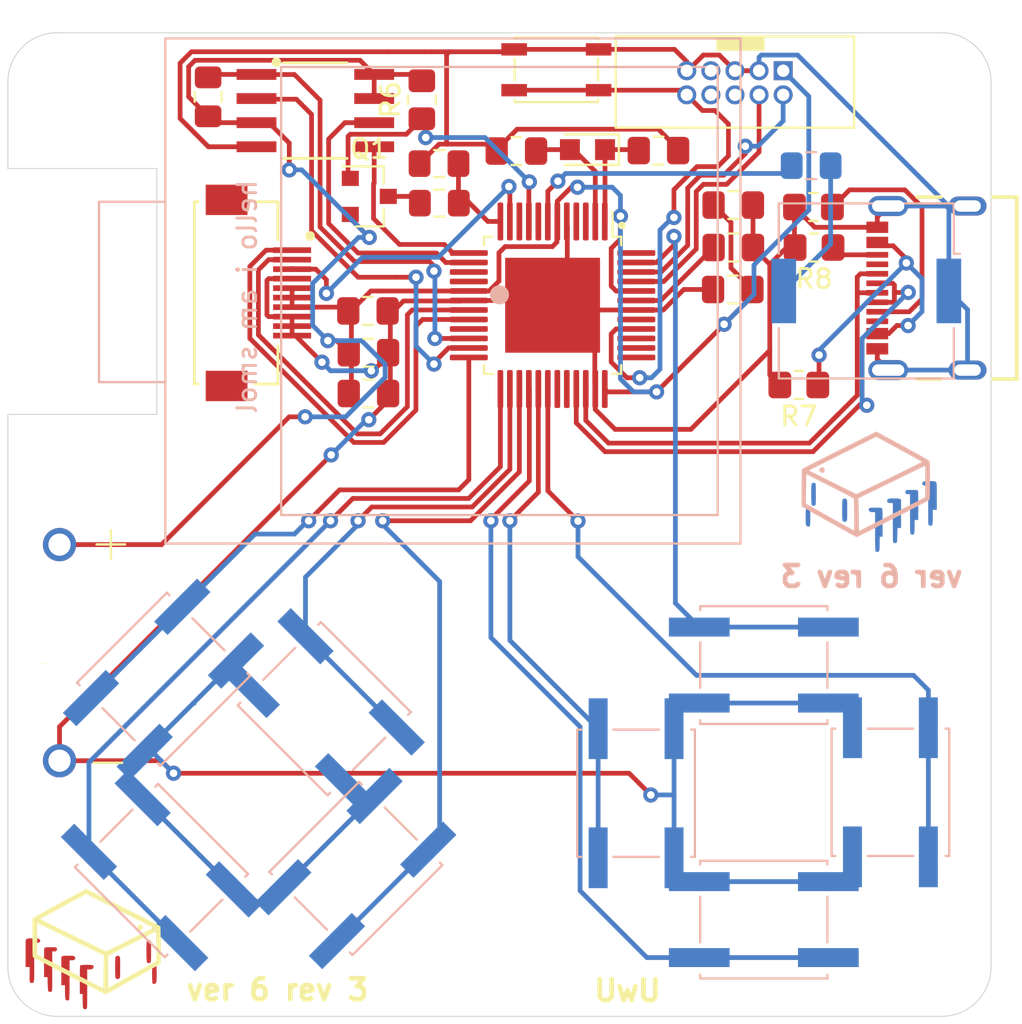
<source format=kicad_pcb>
(kicad_pcb (version 20171130) (host pcbnew "(5.1.10)-1")
  (title_block (title "PAWESOME PET") (date 2020-08-12) (rev 1))
  (layers (0 F.Cu signal) (31 B.Cu signal) (36 B.SilkS user) (37 F.SilkS user) (38 B.Mask user hide) (39 F.Mask user) (44 Edge.Cuts user))
  (net 0 "")
  (net 1 /SWDIO)
  (net 2 /SWCLK)
  (net 3 +3V3)
  (net 4 GND)
  (net 5 /reset)
  (net 6 /D+)
  (net 7 /D-)
  (net 8 /D7)
  (net 9 /D6)
  (net 10 /D10)
  (net 11 /D11)
  (net 12 /D5)
  (net 13 /FLASH_MISO)
  (net 14 /FLASH_CS)
  (net 15 /DISP_SCLK)
  (net 16 /DISP_SI)
  (net 17 /FLASH_SCK)
  (net 18 /FLASH_MOSI)
  (net 19 /D8)
  (net 20 /A1)
  (net 21 "Net-(C1-Pad1)")
  (net 22 "Net-(LS1-Pad2)")
  (net 23 "Net-(C2-Pad2)")
  (net 24 "Net-(C3-Pad2)")
  (net 25 /D12)
  (net 26 /D13)
  (net 27 /A5)
  (net 28 /A7)
  (net 29 "Net-(J1-PadB8)")
  (net 30 "Net-(J1-PadA5)")
  (net 31 "Net-(J1-PadA8)")
  (net 32 "Net-(J1-PadA4_B9)")
  (net 33 "Net-(J2-Pad6)")
  (net 34 "Net-(J2-Pad7)")
  (net 35 "Net-(J2-Pad8)")
  (net 36 "Net-(J3-PadMP2)")
  (net 37 "Net-(J3-PadMP1)")
  (net 38 /A0)
  (net 39 /AREF)
  (net 40 /A2)
  (net 41 /A3)
  (net 42 /A4)
  (net 43 /D1)
  (net 44 /D0)
  (net 45 /MISO)
  (net 46 /SDA)
  (net 47 /SCL)
  (net 48 "Net-(U1-Pad37)")
  (net 49 "Net-(U1-Pad38)")
  (net 50 /TXLED)
  (net 51 usb_host_en)
  (net 52 /RXLED)
  (net 53 "Net-(Q1-Pad3)")
  (net 54 "Net-(J1-PadB5)")
  (module Resistor_SMD:R_0805_2012Metric_Pad1.20x1.40mm_HandSolder (layer F.Cu) (at 173.7774 75.311 180)
    (fp_text reference R8 (at 0 -1.65) (layer F.SilkS))
    (fp_text value 5.1k)
    (pad 2 smd roundrect (at 1 0 180) (size 1.2 1.4) (layers F.Cu F.Paste F.Mask) (roundrect_rratio 0.2083325) (net 4 GND))
    (pad 1 smd roundrect (at -1 0 180) (size 1.2 1.4) (layers F.Cu F.Paste F.Mask) (roundrect_rratio 0.2083325) (net 54 "Net-(J1-PadB5)"))
  )
  (module Resistor_SMD:R_0805_2012Metric_Pad1.20x1.40mm_HandSolder (layer F.Cu) (at 172.974 82.55 180)
    (fp_text reference R7 (at 0 -1.65) (layer F.SilkS))
    (fp_text value 1k)
    (pad 2 smd roundrect (at 1 0 180) (size 1.2 1.4) (layers F.Cu F.Paste F.Mask) (roundrect_rratio 0.2083325) (net 4 GND))
    (pad 1 smd roundrect (at -1 0 180) (size 1.2 1.4) (layers F.Cu F.Paste F.Mask) (roundrect_rratio 0.2083325) (net 32 "Net-(J1-PadA4_B9)"))
  )
  (module Resistor_SMD:R_0805_2012Metric_Pad1.20x1.40mm_HandSolder (layer F.Cu) (at 153.1112 67.5292 90)
    (fp_text reference R6 (at 0 -1.65 90) (layer F.SilkS))
    (fp_text value 100k)
    (pad 2 smd roundrect (at 1 0 90) (size 1.2 1.4) (layers F.Cu F.Paste F.Mask) (roundrect_rratio 0.2083325) (net 3 +3V3))
    (pad 1 smd roundrect (at -1 0 90) (size 1.2 1.4) (layers F.Cu F.Paste F.Mask) (roundrect_rratio 0.2083325) (net 41 /A3))
  )
  (module Package_TO_SOT_SMD:SOT-23 (layer F.Cu) (at 150.3426 72.6186)
    (fp_text reference Q1 (at 0 -2.5) (layer F.SilkS))
    (fp_text value DMG2301L)
    (pad 3 smd rect (at 1 0) (size 0.9 0.8) (layers F.Cu F.Paste F.Mask) (net 53 "Net-(Q1-Pad3)"))
    (pad 2 smd rect (at -1 0.95) (size 0.9 0.8) (layers F.Cu F.Paste F.Mask) (net 3 +3V3))
    (pad 1 smd rect (at -1 -0.95) (size 0.9 0.8) (layers F.Cu F.Paste F.Mask) (net 41 /A3))
  )
  (module pawpet:BAT_BC2AAAPC (layer F.Cu) (at 157.226 96.647)
    (fp_text reference BT1 hide)
    (fp_text value Battery)
    (fp_text user - (at -24 0.5) (layer F.SilkS) (effects (font (thickness 0.015))))
    (pad 1 thru_hole circle (at -23.205 -5.69) (size 1.755 1.755) (drill 1.17) (layers *.Cu *.Mask) (net 3 +3V3))
    (pad 2 thru_hole circle (at -23.205 5.69) (size 1.755 1.755) (drill 1.17) (layers *.Cu *.Mask) (net 4 GND))
  )
  (module Capacitor_SMD:C_0805_2012Metric_Pad1.18x1.45mm_HandSolder (layer F.Cu) (at 169.4942 77.5208 180)
    (fp_text reference C8 hide)
    (fp_text value 10uF)
    (pad 2 smd roundrect (at 1.0375 0 180) (size 1.175 1.45) (layers F.Cu F.Paste F.Mask) (roundrect_rratio 0.2127659574468085) (net 4 GND))
    (pad 1 smd roundrect (at -1.0375 0 180) (size 1.175 1.45) (layers F.Cu F.Paste F.Mask) (roundrect_rratio 0.2127659574468085) (net 3 +3V3))
  )
  (module Capacitor_SMD:C_0805_2012Metric_Pad1.18x1.45mm_HandSolder (layer F.Cu) (at 169.5196 73.0758)
    (fp_text reference C9 hide)
    (fp_text value 10uF)
    (pad 2 smd roundrect (at 1.0375 0) (size 1.175 1.45) (layers F.Cu F.Paste F.Mask) (roundrect_rratio 0.2127659574468085) (net 4 GND))
    (pad 1 smd roundrect (at -1.0375 0) (size 1.175 1.45) (layers F.Cu F.Paste F.Mask) (roundrect_rratio 0.2127659574468085) (net 3 +3V3))
  )
  (module Crystal:Crystal_SMD_2012-2Pin_2.0x1.2mm_HandSoldering (layer F.Cu) (at 161.8382 70.1548 180)
    (fp_text reference Y1 hide)
    (fp_text value 32,768)
    (pad 2 smd rect (at 0.925 0 180) (size 1.05 1.1) (layers F.Cu F.Paste F.Mask) (net 23 "Net-(C2-Pad2)"))
    (pad 1 smd rect (at -0.925 0 180) (size 1.05 1.1) (layers F.Cu F.Paste F.Mask) (net 21 "Net-(C1-Pad1)"))
  )
  (module Capacitor_SMD:C_0805_2012Metric_Pad1.18x1.45mm_HandSolder (layer F.Cu) (at 150.273 78.65)
    (fp_text reference C6 hide)
    (fp_text value 0.1uF)
    (pad 2 smd roundrect (at 1.0375 0) (size 1.175 1.45) (layers F.Cu F.Paste F.Mask) (roundrect_rratio 0.2127659574468085) (net 4 GND))
    (pad 1 smd roundrect (at -1.0375 0) (size 1.175 1.45) (layers F.Cu F.Paste F.Mask) (roundrect_rratio 0.2127659574468085) (net 3 +3V3))
  )
  (module Capacitor_SMD:C_0805_2012Metric_Pad1.18x1.45mm_HandSolder (layer F.Cu) (at 150.298 80.85)
    (fp_text reference C5 hide)
    (fp_text value 1uF)
    (pad 2 smd roundrect (at 1.0375 0) (size 1.175 1.45) (layers F.Cu F.Paste F.Mask) (roundrect_rratio 0.2127659574468085) (net 4 GND))
    (pad 1 smd roundrect (at -1.0375 0) (size 1.175 1.45) (layers F.Cu F.Paste F.Mask) (roundrect_rratio 0.2127659574468085) (net 3 +3V3))
  )
  (module Capacitor_SMD:C_0805_2012Metric_Pad1.18x1.45mm_HandSolder (layer F.Cu) (at 150.298 83)
    (fp_text reference C4 hide)
    (fp_text value 1uF)
    (pad 2 smd roundrect (at 1.0375 0) (size 1.175 1.45) (layers F.Cu F.Paste F.Mask) (roundrect_rratio 0.2127659574468085) (net 4 GND))
    (pad 1 smd roundrect (at -1.0375 0) (size 1.175 1.45) (layers F.Cu F.Paste F.Mask) (roundrect_rratio 0.2127659574468085) (net 3 +3V3))
  )
  (module Capacitor_SMD:C_0805_2012Metric_Pad1.18x1.45mm_HandSolder (layer F.Cu) (at 169.5235 75.311 180)
    (fp_text reference C3 hide)
    (fp_text value 1uF)
    (pad 2 smd roundrect (at 1.0375 0 180) (size 1.175 1.45) (layers F.Cu F.Paste F.Mask) (roundrect_rratio 0.2127659574468085) (net 24 "Net-(C3-Pad2)"))
    (pad 1 smd roundrect (at -1.0375 0 180) (size 1.175 1.45) (layers F.Cu F.Paste F.Mask) (roundrect_rratio 0.2127659574468085) (net 4 GND))
  )
  (module Capacitor_SMD:C_0805_2012Metric_Pad1.18x1.45mm_HandSolder (layer F.Cu) (at 158.0935 70.231)
    (fp_text reference C2 hide)
    (fp_text value 22pF)
    (pad 2 smd roundrect (at 1.0375 0) (size 1.175 1.45) (layers F.Cu F.Paste F.Mask) (roundrect_rratio 0.2127659574468085) (net 23 "Net-(C2-Pad2)"))
    (pad 1 smd roundrect (at -1.0375 0) (size 1.175 1.45) (layers F.Cu F.Paste F.Mask) (roundrect_rratio 0.2127659574468085) (net 4 GND))
  )
  (module Capacitor_SMD:C_0805_2012Metric_Pad1.18x1.45mm_HandSolder (layer F.Cu) (at 165.5787 70.2056)
    (fp_text reference C1 hide)
    (fp_text value 22pF)
    (pad 2 smd roundrect (at 1.0375 0) (size 1.175 1.45) (layers F.Cu F.Paste F.Mask) (roundrect_rratio 0.2127659574468085) (net 4 GND))
    (pad 1 smd roundrect (at -1.0375 0) (size 1.175 1.45) (layers F.Cu F.Paste F.Mask) (roundrect_rratio 0.2127659574468085) (net 21 "Net-(C1-Pad1)"))
  )
  (module Buzzer_Beeper:Buzzer_Murata_PKMCS0909E4000-R1 (layer B.Cu) (at 176.53 77.597 180)
    (fp_text reference LS1 hide)
    (fp_text value beep)
    (pad 2 smd rect (at 4.35 0 180) (size 1.3 3.4) (layers B.Cu B.Paste B.Mask) (net 22 "Net-(LS1-Pad2)"))
    (pad 1 smd rect (at -4.35 0 180) (size 1.3 3.4) (layers B.Cu B.Paste B.Mask) (net 4 GND))
  )
  (module Resistor_SMD:R_0805_2012Metric_Pad1.20x1.40mm_HandSolder (layer F.Cu) (at 173.7454 73.1774 180)
    (fp_text reference R5 hide)
    (fp_text value 5.1k)
    (pad 2 smd roundrect (at 1 0 180) (size 1.2 1.4) (layers F.Cu F.Paste F.Mask) (roundrect_rratio 0.2083325) (net 4 GND))
    (pad 1 smd roundrect (at -1 0 180) (size 1.2 1.4) (layers F.Cu F.Paste F.Mask) (roundrect_rratio 0.2083325) (net 30 "Net-(J1-PadA5)"))
  )
  (module gct:GCT_USB4105-GF-A (layer F.Cu) (at 181.864 77.4446 90)
    (fp_text reference J1 hide)
    (fp_text value USB4105-GF-A)
    (pad B8 smd rect (at -1.75 -4.755 90) (size 0.3 1.15) (layers F.Cu F.Paste F.Mask) (net 29 "Net-(J1-PadB8)"))
    (pad A5 smd rect (at -1.25 -4.755 90) (size 0.3 1.15) (layers F.Cu F.Paste F.Mask) (net 30 "Net-(J1-PadA5)"))
    (pad B7 smd rect (at -0.75 -4.755 90) (size 0.3 1.15) (layers F.Cu F.Paste F.Mask) (net 7 /D-))
    (pad B5 smd rect (at 1.75 -4.755 90) (size 0.3 1.15) (layers F.Cu F.Paste F.Mask) (net 54 "Net-(J1-PadB5)"))
    (pad A8 smd rect (at 1.25 -4.755 90) (size 0.3 1.15) (layers F.Cu F.Paste F.Mask) (net 31 "Net-(J1-PadA8)"))
    (pad B6 smd rect (at 0.75 -4.755 90) (size 0.3 1.15) (layers F.Cu F.Paste F.Mask) (net 6 /D+))
    (pad A6 smd rect (at -0.25 -4.755 90) (size 0.3 1.15) (layers F.Cu F.Paste F.Mask) (net 6 /D+))
    (pad A7 smd rect (at 0.25 -4.755 90) (size 0.3 1.15) (layers F.Cu F.Paste F.Mask) (net 7 /D-))
    (pad B4_A9 smd rect (at 2.4 -4.755 90) (size 0.6 1.15) (layers F.Cu F.Paste F.Mask) (net 32 "Net-(J1-PadA4_B9)"))
    (pad A4_B9 smd rect (at -2.4 -4.755 90) (size 0.6 1.15) (layers F.Cu F.Paste F.Mask) (net 32 "Net-(J1-PadA4_B9)"))
    (pad B1_A12 smd rect (at 3.2 -4.755 90) (size 0.6 1.15) (layers F.Cu F.Paste F.Mask) (net 4 GND))
    (pad A1_B12 smd rect (at -3.2 -4.755 90) (size 0.6 1.15) (layers F.Cu F.Paste F.Mask) (net 4 GND))
    (pad None np_thru_hole circle (at -2.89 -3.68 90) (size 0.65 0.65) (drill 0.65) (layers *.Cu *.Mask))
    (pad None np_thru_hole circle (at 2.89 -3.68 90) (size 0.65 0.65) (drill 0.65) (layers *.Cu *.Mask))
    (pad S4 thru_hole oval (at 4.32 -4.18 90) (size 1.05 2.1) (drill oval 0.6 1.7) (layers *.Cu *.Mask) (net 4 GND))
    (pad S1 thru_hole oval (at -4.32 -4.18 90) (size 1.05 2.1) (drill oval 0.6 1.7) (layers *.Cu *.Mask) (net 4 GND))
    (pad S3 thru_hole oval (at 4.32 0 90) (size 1 2) (drill oval 0.6 1.4) (layers *.Cu *.Mask) (net 4 GND))
    (pad S2 thru_hole oval (at -4.32 0 90) (size 1 2) (drill oval 0.6 1.4) (layers *.Cu *.Mask) (net 4 GND))
  )
  (module pawpet:SW_SPST_PTS810_handsolder (layer F.Cu) (at 160.2 65.95 180)
    (fp_text reference SW_reset1 hide)
    (fp_text value reset hide)
    (pad 1 smd rect (at -2.075 -1.075 180) (size 1.35 0.65) (drill (offset -0.15 0)) (layers F.Cu F.Paste F.Mask) (net 5 /reset))
    (pad 1 smd rect (at 2.075 -1.075 180) (size 1.35 0.65) (drill (offset 0.15 0)) (layers F.Cu F.Paste F.Mask) (net 5 /reset))
    (pad 2 smd rect (at -2.075 1.075 180) (size 1.35 0.65) (drill (offset -0.15 0)) (layers F.Cu F.Paste F.Mask) (net 4 GND))
    (pad 2 smd rect (at 2.075 1.075 180) (size 1.35 0.65) (drill (offset 0.15 0)) (layers F.Cu F.Paste F.Mask) (net 4 GND))
  )
  (module pawpet:ARM_JTAG (layer F.Cu) (at 172.15 66 270)
    (fp_text reference J2 hide)
    (fp_text value Conn_ARM_JTAG_SWD_10)
    (pad 1 thru_hole rect (at 0 0 270) (size 1 1) (drill 0.65) (layers *.Cu *.Mask) (net 3 +3V3))
    (pad 2 thru_hole oval (at 1.27 0 270) (size 1 1) (drill 0.65) (layers *.Cu *.Mask) (net 1 /SWDIO))
    (pad 3 thru_hole oval (at 0 1.27 270) (size 1 1) (drill 0.65) (layers *.Cu *.Mask) (net 4 GND))
    (pad 4 thru_hole oval (at 1.27 1.27 270) (size 1 1) (drill 0.65) (layers *.Cu *.Mask) (net 2 /SWCLK))
    (pad 5 thru_hole oval (at 0 2.54 270) (size 1 1) (drill 0.65) (layers *.Cu *.Mask) (net 4 GND))
    (pad 6 thru_hole oval (at 1.27 2.54 270) (size 1 1) (drill 0.65) (layers *.Cu *.Mask) (net 33 "Net-(J2-Pad6)"))
    (pad 7 thru_hole oval (at 0 3.81 270) (size 1 1) (drill 0.65) (layers *.Cu *.Mask) (net 34 "Net-(J2-Pad7)"))
    (pad 8 thru_hole oval (at 1.27 3.81 270) (size 1 1) (drill 0.65) (layers *.Cu *.Mask) (net 35 "Net-(J2-Pad8)"))
    (pad 9 thru_hole oval (at 0 5.08 270) (size 1 1) (drill 0.65) (layers *.Cu *.Mask) (net 4 GND))
    (pad 10 thru_hole oval (at 1.27 5.08 270) (size 1 1) (drill 0.65) (layers *.Cu *.Mask) (net 5 /reset))
  )
  (module pawpet:kicad-drawing (layer B.Cu) (at 177.8254 88.5698 180)
    (fp_text reference Ref** hide)
    (fp_text value Val** hide)
    (fp_poly (pts (xy 4.092692 0.864221) (xy 4.147448 0.843179) (xy 4.157738 0.834572) (xy 4.168205 0.818973) (xy 4.176273 0.792371) (xy 4.182237 0.749759) (xy 4.186393 0.686132) (xy 4.189039 0.596482) (xy 4.190469 0.475806) (xy 4.190981 0.319095) (xy 4.191 0.272263) (xy 4.190106 0.099398) (xy 4.187523 -0.047288) (xy 4.183394 -0.164011) (xy 4.177867 -0.246988) (xy 4.171086 -0.292435) (xy 4.169088 -0.297725) (xy 4.132641 -0.326933) (xy 4.07583 -0.339046) (xy 4.017683 -0.332471) (xy 3.983567 -0.313267) (xy 3.975392 -0.284365) (xy 3.968679 -0.220098) (xy 3.963428 -0.127411) (xy 3.959638 -0.013246) (xy 3.95731 0.115454) (xy 3.956443 0.251743) (xy 3.957037 0.38868) (xy 3.959093 0.51932) (xy 3.962611 0.636721) (xy 3.96759 0.733937) (xy 3.97403 0.804027) (xy 3.981932 0.840047) (xy 3.983567 0.842434) (xy 4.030968 0.864293) (xy 4.092692 0.864221)) (layer B.Cu) (width 0.01))
    (fp_poly (pts (xy 2.470464 0.033185) (xy 2.514123 0.009383) (xy 2.528419 -0.001661) (xy 2.539478 -0.015715) (xy 2.547717 -0.037884) (xy 2.553551 -0.073277) (xy 2.557394 -0.127002) (xy 2.559662 -0.204166) (xy 2.56077 -0.309876) (xy 2.561133 -0.44924) (xy 2.561167 -0.569419) (xy 2.560965 -0.736572) (xy 2.560134 -0.866495) (xy 2.558333 -0.96429) (xy 2.555223 -1.035058) (xy 2.550463 -1.083903) (xy 2.543713 -1.115926) (xy 2.534634 -1.136229) (xy 2.522885 -1.149914) (xy 2.522458 -1.150303) (xy 2.462205 -1.180728) (xy 2.396014 -1.179021) (xy 2.342197 -1.146625) (xy 2.33126 -1.130163) (xy 2.322826 -1.104535) (xy 2.316581 -1.064621) (xy 2.312213 -1.0053) (xy 2.309407 -0.921453) (xy 2.307849 -0.807961) (xy 2.307226 -0.659703) (xy 2.307167 -0.575125) (xy 2.307331 -0.410755) (xy 2.308084 -0.283449) (xy 2.309813 -0.187938) (xy 2.312905 -0.118952) (xy 2.317749 -0.071223) (xy 2.324733 -0.039482) (xy 2.334244 -0.018459) (xy 2.346669 -0.002886) (xy 2.3495 0) (xy 2.407978 0.037218) (xy 2.470464 0.033185)) (layer B.Cu) (width 0.01))
    (fp_poly (pts (xy -1.912807 0.951982) (xy -1.828432 0.949802) (xy -1.771369 0.945021) (xy -1.734109 0.936701) (xy -1.709144 0.923904) (xy -1.693333 0.910167) (xy -1.654007 0.851874) (xy -1.653623 0.799567) (xy -1.688833 0.757358) (xy -1.756289 0.729359) (xy -1.848459 0.719667) (xy -1.9685 0.719667) (xy -1.9685 -0.303636) (xy -1.968574 -0.538744) (xy -1.968885 -0.735145) (xy -1.969566 -0.896463) (xy -1.970749 -1.026325) (xy -1.972566 -1.128355) (xy -1.97515 -1.20618) (xy -1.978635 -1.263425) (xy -1.983151 -1.303714) (xy -1.988833 -1.330675) (xy -1.995813 -1.347931) (xy -2.004222 -1.35911) (xy -2.007209 -1.361969) (xy -2.067722 -1.39357) (xy -2.128996 -1.386205) (xy -2.166303 -1.358291) (xy -2.17902 -1.338822) (xy -2.188308 -1.308588) (xy -2.194674 -1.261451) (xy -2.198627 -1.191274) (xy -2.200675 -1.091917) (xy -2.201325 -0.957242) (xy -2.201333 -0.934958) (xy -2.201333 -0.550333) (xy -2.413 -0.550333) (xy -2.413 0.15875) (xy -2.412903 0.350982) (xy -2.412444 0.505361) (xy -2.411371 0.626367) (xy -2.409431 0.718479) (xy -2.406372 0.786179) (xy -2.401942 0.833945) (xy -2.395887 0.866258) (xy -2.387956 0.887598) (xy -2.377896 0.902445) (xy -2.370667 0.910167) (xy -2.350086 0.92712) (xy -2.323082 0.938863) (xy -2.282148 0.946331) (xy -2.219775 0.950466) (xy -2.128455 0.952204) (xy -2.032 0.9525) (xy -1.912807 0.951982)) (layer B.Cu) (width 0.01))
    (fp_poly (pts (xy 4.425369 -0.424522) (xy 4.460033 -0.465667) (xy 4.470218 -0.507853) (xy 4.478112 -0.583756) (xy 4.483714 -0.68482) (xy 4.487024 -0.802492) (xy 4.488042 -0.928215) (xy 4.486766 -1.053436) (xy 4.483197 -1.1696) (xy 4.477334 -1.268151) (xy 4.469176 -1.340536) (xy 4.46008 -1.375833) (xy 4.420352 -1.416575) (xy 4.36331 -1.436305) (xy 4.306754 -1.431145) (xy 4.280854 -1.414887) (xy 4.271533 -1.392964) (xy 4.264457 -1.345722) (xy 4.259426 -1.269428) (xy 4.256243 -1.16035) (xy 4.254711 -1.014756) (xy 4.2545 -0.917261) (xy 4.254659 -0.764225) (xy 4.255454 -0.648084) (xy 4.257364 -0.563399) (xy 4.260865 -0.504732) (xy 4.266435 -0.466645) (xy 4.274552 -0.443698) (xy 4.285693 -0.430454) (xy 4.297925 -0.422749) (xy 4.365978 -0.405253) (xy 4.425369 -0.424522)) (layer B.Cu) (width 0.01))
    (fp_poly (pts (xy -0.979641 0.486622) (xy -0.898516 0.485193) (xy -0.845487 0.481357) (xy -0.813434 0.473925) (xy -0.795238 0.461708) (xy -0.78378 0.443514) (xy -0.779315 0.433917) (xy -0.766009 0.374642) (xy -0.779315 0.328083) (xy -0.799489 0.296008) (xy -0.830708 0.280265) (xy -0.886533 0.275352) (xy -0.909713 0.275167) (xy -1.016 0.275167) (xy -1.016 -0.771838) (xy -1.016051 -1.009343) (xy -1.016295 -1.208059) (xy -1.016866 -1.371534) (xy -1.017902 -1.503312) (xy -1.019538 -1.606939) (xy -1.021909 -1.68596) (xy -1.025152 -1.743922) (xy -1.029402 -1.78437) (xy -1.034796 -1.810849) (xy -1.041468 -1.826905) (xy -1.049555 -1.836084) (xy -1.056942 -1.840755) (xy -1.127148 -1.86147) (xy -1.186948 -1.847106) (xy -1.2092 -1.827732) (xy -1.221159 -1.800624) (xy -1.230358 -1.748635) (xy -1.237219 -1.667141) (xy -1.242164 -1.551519) (xy -1.244936 -1.436149) (xy -1.251621 -1.0795) (xy -1.439333 -1.0795) (xy -1.439333 -0.321733) (xy -1.438928 -0.106085) (xy -1.43765 0.070119) (xy -1.435406 0.209757) (xy -1.432102 0.315713) (xy -1.427646 0.390867) (xy -1.421942 0.438099) (xy -1.414899 0.46029) (xy -1.413934 0.461433) (xy -1.38167 0.473379) (xy -1.311619 0.481488) (xy -1.202171 0.485889) (xy -1.09598 0.486833) (xy -0.979641 0.486622)) (layer B.Cu) (width 0.01))
    (fp_poly (pts (xy -0.035388 0.040153) (xy 0.061776 0.032376) (xy 0.127542 0.017146) (xy 0.167298 -0.007393) (xy 0.186427 -0.043094) (xy 0.1905 -0.081633) (xy 0.181725 -0.136916) (xy 0.150855 -0.17061) (xy 0.091078 -0.18699) (xy 0.016933 -0.1905) (xy -0.105833 -0.1905) (xy -0.105833 -1.223433) (xy -0.106106 -1.475929) (xy -0.106966 -1.688684) (xy -0.108476 -1.864286) (xy -0.110696 -2.005325) (xy -0.11369 -2.114389) (xy -0.11752 -2.194068) (xy -0.122248 -2.246949) (xy -0.127935 -2.275622) (xy -0.131233 -2.281767) (xy -0.178985 -2.303916) (xy -0.239476 -2.303083) (xy -0.290734 -2.280515) (xy -0.299033 -2.272231) (xy -0.310786 -2.245709) (xy -0.319856 -2.194874) (xy -0.326655 -2.115088) (xy -0.331595 -2.001713) (xy -0.33474 -1.870064) (xy -0.341396 -1.502833) (xy -0.529167 -1.502833) (xy -0.529167 -0.023567) (xy -0.482124 0.009383) (xy -0.450811 0.024134) (xy -0.401855 0.034002) (xy -0.328009 0.039751) (xy -0.222024 0.042145) (xy -0.169333 0.042333) (xy -0.035388 0.040153)) (layer B.Cu) (width 0.01))
    (fp_poly (pts (xy 0.938905 -0.445434) (xy 1.03506 -0.449489) (xy 1.099983 -0.458537) (xy 1.139215 -0.474455) (xy 1.158296 -0.499118) (xy 1.162767 -0.534401) (xy 1.160404 -0.564438) (xy 1.135825 -0.621717) (xy 1.076777 -0.658513) (xy 0.981787 -0.675565) (xy 0.936625 -0.677021) (xy 0.8255 -0.677333) (xy 0.8255 -1.703172) (xy 0.825447 -1.938067) (xy 0.825196 -2.134213) (xy 0.824606 -2.295193) (xy 0.823537 -2.424589) (xy 0.821849 -2.525986) (xy 0.819403 -2.602967) (xy 0.816058 -2.659116) (xy 0.811673 -2.698015) (xy 0.806111 -2.723249) (xy 0.799229 -2.7384) (xy 0.790888 -2.747053) (xy 0.784558 -2.750922) (xy 0.720543 -2.771449) (xy 0.662623 -2.754934) (xy 0.644337 -2.742831) (xy 0.629406 -2.728742) (xy 0.618363 -2.707297) (xy 0.610461 -2.672216) (xy 0.604957 -2.617219) (xy 0.601103 -2.536027) (xy 0.598154 -2.42236) (xy 0.596594 -2.340664) (xy 0.589938 -1.9685) (xy 0.4445 -1.9685) (xy 0.4445 -1.2319) (xy 0.444921 -1.019309) (xy 0.446247 -0.84614) (xy 0.448577 -0.709487) (xy 0.452006 -0.606445) (xy 0.456631 -0.53411) (xy 0.46255 -0.489577) (xy 0.469859 -0.469941) (xy 0.4699 -0.4699) (xy 0.50071 -0.458378) (xy 0.567799 -0.450409) (xy 0.673201 -0.445837) (xy 0.805975 -0.4445) (xy 0.938905 -0.445434)) (layer B.Cu) (width 0.01))
  )
  (module pawpet:kicad-drawing (layer F.Cu) (at 134.65 112.65)
    (fp_text reference Ref** hide)
    (fp_text value Val** hide)
    (fp_poly (pts (xy 4.092692 -0.864221) (xy 4.147448 -0.843179) (xy 4.157738 -0.834572) (xy 4.168205 -0.818973) (xy 4.176273 -0.792371) (xy 4.182237 -0.749759) (xy 4.186393 -0.686132) (xy 4.189039 -0.596482) (xy 4.190469 -0.475806) (xy 4.190981 -0.319095) (xy 4.191 -0.272263) (xy 4.190106 -0.099398) (xy 4.187523 0.047288) (xy 4.183394 0.164011) (xy 4.177867 0.246988) (xy 4.171086 0.292435) (xy 4.169088 0.297725) (xy 4.132641 0.326933) (xy 4.07583 0.339046) (xy 4.017683 0.332471) (xy 3.983567 0.313267) (xy 3.975392 0.284365) (xy 3.968679 0.220098) (xy 3.963428 0.127411) (xy 3.959638 0.013246) (xy 3.95731 -0.115454) (xy 3.956443 -0.251743) (xy 3.957037 -0.38868) (xy 3.959093 -0.51932) (xy 3.962611 -0.636721) (xy 3.96759 -0.733937) (xy 3.97403 -0.804027) (xy 3.981932 -0.840047) (xy 3.983567 -0.842434) (xy 4.030968 -0.864293) (xy 4.092692 -0.864221)) (layer F.Cu) (width 0.01))
    (fp_poly (pts (xy 2.470464 -0.033185) (xy 2.514123 -0.009383) (xy 2.528419 0.001661) (xy 2.539478 0.015715) (xy 2.547717 0.037884) (xy 2.553551 0.073277) (xy 2.557394 0.127002) (xy 2.559662 0.204166) (xy 2.56077 0.309876) (xy 2.561133 0.44924) (xy 2.561167 0.569419) (xy 2.560965 0.736572) (xy 2.560134 0.866495) (xy 2.558333 0.96429) (xy 2.555223 1.035058) (xy 2.550463 1.083903) (xy 2.543713 1.115926) (xy 2.534634 1.136229) (xy 2.522885 1.149914) (xy 2.522458 1.150303) (xy 2.462205 1.180728) (xy 2.396014 1.179021) (xy 2.342197 1.146625) (xy 2.33126 1.130163) (xy 2.322826 1.104535) (xy 2.316581 1.064621) (xy 2.312213 1.0053) (xy 2.309407 0.921453) (xy 2.307849 0.807961) (xy 2.307226 0.659703) (xy 2.307167 0.575125) (xy 2.307331 0.410755) (xy 2.308084 0.283449) (xy 2.309813 0.187938) (xy 2.312905 0.118952) (xy 2.317749 0.071223) (xy 2.324733 0.039482) (xy 2.334244 0.018459) (xy 2.346669 0.002886) (xy 2.3495 0) (xy 2.407978 -0.037218) (xy 2.470464 -0.033185)) (layer F.Cu) (width 0.01))
    (fp_poly (pts (xy -1.912807 -0.951982) (xy -1.828432 -0.949802) (xy -1.771369 -0.945021) (xy -1.734109 -0.936701) (xy -1.709144 -0.923904) (xy -1.693333 -0.910167) (xy -1.654007 -0.851874) (xy -1.653623 -0.799567) (xy -1.688833 -0.757358) (xy -1.756289 -0.729359) (xy -1.848459 -0.719667) (xy -1.9685 -0.719667) (xy -1.9685 0.303636) (xy -1.968574 0.538744) (xy -1.968885 0.735145) (xy -1.969566 0.896463) (xy -1.970749 1.026325) (xy -1.972566 1.128355) (xy -1.97515 1.20618) (xy -1.978635 1.263425) (xy -1.983151 1.303714) (xy -1.988833 1.330675) (xy -1.995813 1.347931) (xy -2.004222 1.35911) (xy -2.007209 1.361969) (xy -2.067722 1.39357) (xy -2.128996 1.386205) (xy -2.166303 1.358291) (xy -2.17902 1.338822) (xy -2.188308 1.308588) (xy -2.194674 1.261451) (xy -2.198627 1.191274) (xy -2.200675 1.091917) (xy -2.201325 0.957242) (xy -2.201333 0.934958) (xy -2.201333 0.550333) (xy -2.413 0.550333) (xy -2.413 -0.15875) (xy -2.412903 -0.350982) (xy -2.412444 -0.505361) (xy -2.411371 -0.626367) (xy -2.409431 -0.718479) (xy -2.406372 -0.786179) (xy -2.401942 -0.833945) (xy -2.395887 -0.866258) (xy -2.387956 -0.887598) (xy -2.377896 -0.902445) (xy -2.370667 -0.910167) (xy -2.350086 -0.92712) (xy -2.323082 -0.938863) (xy -2.282148 -0.946331) (xy -2.219775 -0.950466) (xy -2.128455 -0.952204) (xy -2.032 -0.9525) (xy -1.912807 -0.951982)) (layer F.Cu) (width 0.01))
    (fp_poly (pts (xy 4.425369 0.424522) (xy 4.460033 0.465667) (xy 4.470218 0.507853) (xy 4.478112 0.583756) (xy 4.483714 0.68482) (xy 4.487024 0.802492) (xy 4.488042 0.928215) (xy 4.486766 1.053436) (xy 4.483197 1.1696) (xy 4.477334 1.268151) (xy 4.469176 1.340536) (xy 4.46008 1.375833) (xy 4.420352 1.416575) (xy 4.36331 1.436305) (xy 4.306754 1.431145) (xy 4.280854 1.414887) (xy 4.271533 1.392964) (xy 4.264457 1.345722) (xy 4.259426 1.269428) (xy 4.256243 1.16035) (xy 4.254711 1.014756) (xy 4.2545 0.917261) (xy 4.254659 0.764225) (xy 4.255454 0.648084) (xy 4.257364 0.563399) (xy 4.260865 0.504732) (xy 4.266435 0.466645) (xy 4.274552 0.443698) (xy 4.285693 0.430454) (xy 4.297925 0.422749) (xy 4.365978 0.405253) (xy 4.425369 0.424522)) (layer F.Cu) (width 0.01))
    (fp_poly (pts (xy -0.979641 -0.486622) (xy -0.898516 -0.485193) (xy -0.845487 -0.481357) (xy -0.813434 -0.473925) (xy -0.795238 -0.461708) (xy -0.78378 -0.443514) (xy -0.779315 -0.433917) (xy -0.766009 -0.374642) (xy -0.779315 -0.328083) (xy -0.799489 -0.296008) (xy -0.830708 -0.280265) (xy -0.886533 -0.275352) (xy -0.909713 -0.275167) (xy -1.016 -0.275167) (xy -1.016 0.771838) (xy -1.016051 1.009343) (xy -1.016295 1.208059) (xy -1.016866 1.371534) (xy -1.017902 1.503312) (xy -1.019538 1.606939) (xy -1.021909 1.68596) (xy -1.025152 1.743922) (xy -1.029402 1.78437) (xy -1.034796 1.810849) (xy -1.041468 1.826905) (xy -1.049555 1.836084) (xy -1.056942 1.840755) (xy -1.127148 1.86147) (xy -1.186948 1.847106) (xy -1.2092 1.827732) (xy -1.221159 1.800624) (xy -1.230358 1.748635) (xy -1.237219 1.667141) (xy -1.242164 1.551519) (xy -1.244936 1.436149) (xy -1.251621 1.0795) (xy -1.439333 1.0795) (xy -1.439333 0.321733) (xy -1.438928 0.106085) (xy -1.43765 -0.070119) (xy -1.435406 -0.209757) (xy -1.432102 -0.315713) (xy -1.427646 -0.390867) (xy -1.421942 -0.438099) (xy -1.414899 -0.46029) (xy -1.413934 -0.461433) (xy -1.38167 -0.473379) (xy -1.311619 -0.481488) (xy -1.202171 -0.485889) (xy -1.09598 -0.486833) (xy -0.979641 -0.486622)) (layer F.Cu) (width 0.01))
    (fp_poly (pts (xy -0.035388 -0.040153) (xy 0.061776 -0.032376) (xy 0.127542 -0.017146) (xy 0.167298 0.007393) (xy 0.186427 0.043094) (xy 0.1905 0.081633) (xy 0.181725 0.136916) (xy 0.150855 0.17061) (xy 0.091078 0.18699) (xy 0.016933 0.1905) (xy -0.105833 0.1905) (xy -0.105833 1.223433) (xy -0.106106 1.475929) (xy -0.106966 1.688684) (xy -0.108476 1.864286) (xy -0.110696 2.005325) (xy -0.11369 2.114389) (xy -0.11752 2.194068) (xy -0.122248 2.246949) (xy -0.127935 2.275622) (xy -0.131233 2.281767) (xy -0.178985 2.303916) (xy -0.239476 2.303083) (xy -0.290734 2.280515) (xy -0.299033 2.272231) (xy -0.310786 2.245709) (xy -0.319856 2.194874) (xy -0.326655 2.115088) (xy -0.331595 2.001713) (xy -0.33474 1.870064) (xy -0.341396 1.502833) (xy -0.529167 1.502833) (xy -0.529167 0.023567) (xy -0.482124 -0.009383) (xy -0.450811 -0.024134) (xy -0.401855 -0.034002) (xy -0.328009 -0.039751) (xy -0.222024 -0.042145) (xy -0.169333 -0.042333) (xy -0.035388 -0.040153)) (layer F.Cu) (width 0.01))
    (fp_poly (pts (xy 0.938905 0.445434) (xy 1.03506 0.449489) (xy 1.099983 0.458537) (xy 1.139215 0.474455) (xy 1.158296 0.499118) (xy 1.162767 0.534401) (xy 1.160404 0.564438) (xy 1.135825 0.621717) (xy 1.076777 0.658513) (xy 0.981787 0.675565) (xy 0.936625 0.677021) (xy 0.8255 0.677333) (xy 0.8255 1.703172) (xy 0.825447 1.938067) (xy 0.825196 2.134213) (xy 0.824606 2.295193) (xy 0.823537 2.424589) (xy 0.821849 2.525986) (xy 0.819403 2.602967) (xy 0.816058 2.659116) (xy 0.811673 2.698015) (xy 0.806111 2.723249) (xy 0.799229 2.7384) (xy 0.790888 2.747053) (xy 0.784558 2.750922) (xy 0.720543 2.771449) (xy 0.662623 2.754934) (xy 0.644337 2.742831) (xy 0.629406 2.728742) (xy 0.618363 2.707297) (xy 0.610461 2.672216) (xy 0.604957 2.617219) (xy 0.601103 2.536027) (xy 0.598154 2.42236) (xy 0.596594 2.340664) (xy 0.589938 1.9685) (xy 0.4445 1.9685) (xy 0.4445 1.2319) (xy 0.444921 1.019309) (xy 0.446247 0.84614) (xy 0.448577 0.709487) (xy 0.452006 0.606445) (xy 0.456631 0.53411) (xy 0.46255 0.489577) (xy 0.469859 0.469941) (xy 0.4699 0.4699) (xy 0.50071 0.458378) (xy 0.567799 0.450409) (xy 0.673201 0.445837) (xy 0.805975 0.4445) (xy 0.938905 0.445434)) (layer F.Cu) (width 0.01))
  )
  (module pawpet:TQFP-48-1EP_7x7mm_P0.5mm_EP5x5mm_handsolder (layer F.Cu) (at 160 78.35 270)
    (fp_text reference U1 hide)
    (fp_text value ATSAMD21G18A-A)
    (pad 1 smd roundrect (at -4.4125 -2.75 270) (size 2 0.3) (layers F.Cu F.Paste F.Mask) (net 21 "Net-(C1-Pad1)"))
    (pad 2 smd roundrect (at -4.4125 -2.25 270) (size 2 0.3) (layers F.Cu F.Paste F.Mask) (net 23 "Net-(C2-Pad2)"))
    (pad 3 smd roundrect (at -4.4125 -1.75 270) (size 2 0.3) (layers F.Cu F.Paste F.Mask) (net 38 /A0))
    (pad 4 smd roundrect (at -4.4125 -1.25 270) (size 2 0.3) (layers F.Cu F.Paste F.Mask) (net 39 /AREF))
    (pad 5 smd roundrect (at -4.4125 -0.75 270) (size 2 0.3) (layers F.Cu F.Paste F.Mask) (net 4 GND))
    (pad 6 smd roundrect (at -4.4125 -0.25 270) (size 2 0.3) (layers F.Cu F.Paste F.Mask) (net 3 +3V3))
    (pad 7 smd roundrect (at -4.4125 0.25 270) (size 2 0.3) (layers F.Cu F.Paste F.Mask) (net 20 /A1))
    (pad 8 smd roundrect (at -4.4125 0.75 270) (size 2 0.3) (layers F.Cu F.Paste F.Mask) (net 40 /A2))
    (pad 9 smd roundrect (at -4.4125 1.25 270) (size 2 0.3) (layers F.Cu F.Paste F.Mask) (net 41 /A3))
    (pad 10 smd roundrect (at -4.4125 1.75 270) (size 2 0.3) (layers F.Cu F.Paste F.Mask) (net 42 /A4))
    (pad 11 smd roundrect (at -4.4125 2.25 270) (size 2 0.3) (layers F.Cu F.Paste F.Mask) (net 19 /D8))
    (pad 12 smd roundrect (at -4.4125 2.75 270) (size 2 0.3) (layers F.Cu F.Paste F.Mask) (net 28 /A7))
    (pad 13 smd roundrect (at -2.75 4.4125 270) (size 0.3 2) (layers F.Cu F.Paste F.Mask) (net 18 /FLASH_MOSI))
    (pad 14 smd roundrect (at -2.25 4.4125 270) (size 0.3 2) (layers F.Cu F.Paste F.Mask) (net 17 /FLASH_SCK))
    (pad 15 smd roundrect (at -1.75 4.4125 270) (size 0.3 2) (layers F.Cu F.Paste F.Mask) (net 43 /D1))
    (pad 16 smd roundrect (at -1.25 4.4125 270) (size 0.3 2) (layers F.Cu F.Paste F.Mask) (net 44 /D0))
    (pad 17 smd roundrect (at -0.75 4.4125 270) (size 0.3 2) (layers F.Cu F.Paste F.Mask) (net 3 +3V3))
    (pad 18 smd roundrect (at -0.25 4.4125 270) (size 0.3 2) (layers F.Cu F.Paste F.Mask) (net 4 GND))
    (pad 19 smd roundrect (at 0.25 4.4125 270) (size 0.3 2) (layers F.Cu F.Paste F.Mask) (net 16 /DISP_SI))
    (pad 20 smd roundrect (at 0.75 4.4125 270) (size 0.3 2) (layers F.Cu F.Paste F.Mask) (net 15 /DISP_SCLK))
    (pad 21 smd roundrect (at 1.25 4.4125 270) (size 0.3 2) (layers F.Cu F.Paste F.Mask) (net 45 /MISO))
    (pad 22 smd roundrect (at 1.75 4.4125 270) (size 0.3 2) (layers F.Cu F.Paste F.Mask) (net 14 /FLASH_CS))
    (pad 23 smd roundrect (at 2.25 4.4125 270) (size 0.3 2) (layers F.Cu F.Paste F.Mask) (net 13 /FLASH_MISO))
    (pad 24 smd roundrect (at 2.75 4.4125 270) (size 0.3 2) (layers F.Cu F.Paste F.Mask) (net 12 /D5))
    (pad 25 smd roundrect (at 4.4125 2.75 270) (size 2 0.3) (layers F.Cu F.Paste F.Mask) (net 11 /D11))
    (pad 26 smd roundrect (at 4.4125 2.25 270) (size 2 0.3) (layers F.Cu F.Paste F.Mask) (net 26 /D13))
    (pad 27 smd roundrect (at 4.4125 1.75 270) (size 2 0.3) (layers F.Cu F.Paste F.Mask) (net 10 /D10))
    (pad 28 smd roundrect (at 4.4125 1.25 270) (size 2 0.3) (layers F.Cu F.Paste F.Mask) (net 25 /D12))
    (pad 29 smd roundrect (at 4.4125 0.75 270) (size 2 0.3) (layers F.Cu F.Paste F.Mask) (net 9 /D6))
    (pad 30 smd roundrect (at 4.4125 0.25 270) (size 2 0.3) (layers F.Cu F.Paste F.Mask) (net 8 /D7))
    (pad 31 smd roundrect (at 4.4125 -0.25 270) (size 2 0.3) (layers F.Cu F.Paste F.Mask) (net 46 /SDA))
    (pad 32 smd roundrect (at 4.4125 -0.75 270) (size 2 0.3) (layers F.Cu F.Paste F.Mask) (net 47 /SCL))
    (pad 33 smd roundrect (at 4.4125 -1.25 270) (size 2 0.3) (layers F.Cu F.Paste F.Mask) (net 7 /D-))
    (pad 34 smd roundrect (at 4.4125 -1.75 270) (size 2 0.3) (layers F.Cu F.Paste F.Mask) (net 6 /D+))
    (pad 35 smd roundrect (at 4.4125 -2.25 270) (size 2 0.3) (layers F.Cu F.Paste F.Mask) (net 4 GND))
    (pad 36 smd roundrect (at 4.4125 -2.75 270) (size 2 0.3) (layers F.Cu F.Paste F.Mask) (net 3 +3V3))
    (pad 37 smd roundrect (at 2.75 -4.4125 270) (size 0.3 2) (layers F.Cu F.Paste F.Mask) (net 48 "Net-(U1-Pad37)"))
    (pad 38 smd roundrect (at 2.25 -4.4125 270) (size 0.3 2) (layers F.Cu F.Paste F.Mask) (net 49 "Net-(U1-Pad38)"))
    (pad 39 smd roundrect (at 1.75 -4.4125 270) (size 0.3 2) (layers F.Cu F.Paste F.Mask) (net 50 /TXLED))
    (pad 40 smd roundrect (at 1.25 -4.4125 270) (size 0.3 2) (layers F.Cu F.Paste F.Mask) (net 5 /reset))
    (pad 41 smd roundrect (at 0.75 -4.4125 270) (size 0.3 2) (layers F.Cu F.Paste F.Mask) (net 51 usb_host_en))
    (pad 42 smd roundrect (at 0.25 -4.4125 270) (size 0.3 2) (layers F.Cu F.Paste F.Mask) (net 4 GND))
    (pad 43 smd roundrect (at -0.25 -4.4125 270) (size 0.3 2) (layers F.Cu F.Paste F.Mask) (net 24 "Net-(C3-Pad2)"))
    (pad 44 smd roundrect (at -0.75 -4.4125 270) (size 0.3 2) (layers F.Cu F.Paste F.Mask) (net 3 +3V3))
    (pad 45 smd roundrect (at -1.25 -4.4125 270) (size 0.3 2) (layers F.Cu F.Paste F.Mask) (net 2 /SWCLK))
    (pad 46 smd roundrect (at -1.75 -4.4125 270) (size 0.3 2) (layers F.Cu F.Paste F.Mask) (net 1 /SWDIO))
    (pad 47 smd roundrect (at -2.25 -4.4125 270) (size 0.3 2) (layers F.Cu F.Paste F.Mask) (net 27 /A5))
    (pad 48 smd roundrect (at -2.75 -4.4125 270) (size 0.3 2) (layers F.Cu F.Paste F.Mask) (net 52 /RXLED))
    (pad 49 smd rect (at 0 0 270) (size 5 5) (layers F.Cu F.Mask) (net 4 GND))
  )
  (module pawpet:Macronix-SOP-8-150MIL-0-0-MFG_handsolder (layer F.Cu) (at 147.5 68.1)
    (fp_text reference U3 hide)
    (fp_text value MX25R1635FM1IL0 hide)
    (pad 8 smd rect (at 3.1 -1.905) (size 2.1 0.57) (layers F.Cu F.Paste F.Mask) (net 3 +3V3))
    (pad 7 smd rect (at 3.1 -0.635) (size 2.1 0.57) (layers F.Cu F.Paste F.Mask) (net 3 +3V3))
    (pad 6 smd rect (at 3.1 0.635) (size 2.1 0.57) (layers F.Cu F.Paste F.Mask) (net 17 /FLASH_SCK))
    (pad 5 smd rect (at 3.1 1.905) (size 2.1 0.57) (layers F.Cu F.Paste F.Mask) (net 18 /FLASH_MOSI))
    (pad 4 smd rect (at -3.1 1.905) (size 2.1 0.57) (layers F.Cu F.Paste F.Mask) (net 4 GND))
    (pad 3 smd rect (at -3.1 0.635) (size 2.1 0.57) (layers F.Cu F.Paste F.Mask) (net 3 +3V3))
    (pad 2 smd rect (at -3.1 -0.635) (size 2.1 0.57) (layers F.Cu F.Paste F.Mask) (net 13 /FLASH_MISO))
    (pad 1 smd rect (at -3.1 -1.905) (size 2.1 0.57) (layers F.Cu F.Paste F.Mask) (net 14 /FLASH_CS))
  )
  (module pawpet:Sharp_128x128_LS013B7DH03 (layer B.Cu) (at 134.1 77.9 270)
    (fp_text reference "hello i am smol" (at 0 -9.8 270) (layer B.SilkS) (effects (justify mirror)))
    (fp_text value Sharp_128x128_LS013B7DH03)
  )
  (module pawpet:MountingHole_2.7mm_M2.5_ISO14580_insert-edge (layer F.Cu) (at 157.2 113.25 90)
    (fp_text reference REF** hide)
    (fp_text value M2.7mm)
    (pad 1 np_thru_hole circle (at 0 0 90) (size 2.7 2.7) (drill 2.7) (layers *.Cu *.Mask))
  )
  (module pawpet:MountingHole_2.7mm_M2.5_ISO14580_insert-edge (layer F.Cu) (at 133.8453 66.5353)
    (fp_text reference REF** hide)
    (fp_text value M2.7mm)
    (pad 1 np_thru_hole circle (at 0 0) (size 2.7 2.7) (drill 2.7) (layers *.Cu *.Mask))
  )
  (module pawpet:MountingHole_2.7mm_M2.5_ISO14580_insert-edge (layer F.Cu) (at 180.55 66.55 180)
    (fp_text reference REF** hide)
    (fp_text value M2.7mm)
    (pad 1 np_thru_hole circle (at 0 0 180) (size 2.7 2.7) (drill 2.7) (layers *.Cu *.Mask))
  )
  (module Button_Switch_SMD:SW_SPST_EVQQ2 (layer B.Cu) (at 164.4 104.05 90)
    (fp_text reference SW_RIGHT1 hide)
    (fp_text value SW_Push)
    (pad 1 smd rect (at 3.4 2 90) (size 3.2 1) (layers B.Cu B.Paste B.Mask) (net 4 GND))
    (pad 1 smd rect (at -3.4 2 90) (size 3.2 1) (layers B.Cu B.Paste B.Mask) (net 4 GND))
    (pad 2 smd rect (at -3.4 -2 90) (size 3.2 1) (layers B.Cu B.Paste B.Mask) (net 9 /D6))
    (pad 2 smd rect (at 3.4 -2 90) (size 3.2 1) (layers B.Cu B.Paste B.Mask) (net 9 /D6))
  )
  (module Button_Switch_SMD:SW_SPST_EVQQ2 (layer B.Cu) (at 149.63 108.013 225)
    (fp_text reference SW_A1 hide)
    (fp_text value SW_Push)
    (pad 2 smd rect (at 3.4 -2 225) (size 3.2 1) (layers B.Cu B.Paste B.Mask) (net 10 /D10))
    (pad 2 smd rect (at -3.4 -2 225) (size 3.2 1) (layers B.Cu B.Paste B.Mask) (net 10 /D10))
    (pad 1 smd rect (at -3.4 2 225) (size 3.2 1) (layers B.Cu B.Paste B.Mask) (net 4 GND))
    (pad 1 smd rect (at 3.4 2 225) (size 3.2 1) (layers B.Cu B.Paste B.Mask) (net 4 GND))
  )
  (module Button_Switch_SMD:SW_SPST_EVQQ2 (layer B.Cu) (at 177.8 104 270)
    (fp_text reference SW_LEFT1 hide)
    (fp_text value SW_Push)
    (pad 1 smd rect (at 3.4 2 270) (size 3.2 1) (layers B.Cu B.Paste B.Mask) (net 4 GND))
    (pad 1 smd rect (at -3.4 2 270) (size 3.2 1) (layers B.Cu B.Paste B.Mask) (net 4 GND))
    (pad 2 smd rect (at -3.4 -2 270) (size 3.2 1) (layers B.Cu B.Paste B.Mask) (net 8 /D7))
    (pad 2 smd rect (at 3.4 -2 270) (size 3.2 1) (layers B.Cu B.Paste B.Mask) (net 8 /D7))
  )
  (module Button_Switch_SMD:SW_SPST_EVQQ2 (layer B.Cu) (at 171.13 97.3)
    (fp_text reference SW_UP1 hide)
    (fp_text value SW_Push)
    (pad 1 smd rect (at 3.4 2) (size 3.2 1) (layers B.Cu B.Paste B.Mask) (net 4 GND))
    (pad 1 smd rect (at -3.4 2) (size 3.2 1) (layers B.Cu B.Paste B.Mask) (net 4 GND))
    (pad 2 smd rect (at -3.4 -2) (size 3.2 1) (layers B.Cu B.Paste B.Mask) (net 27 /A5))
    (pad 2 smd rect (at 3.4 -2) (size 3.2 1) (layers B.Cu B.Paste B.Mask) (net 27 /A5))
  )
  (module pawpet:Molex-52892-1033-Manufacturer_Recommended_handsolder (layer F.Cu) (at 144.4 77.7 270)
    (fp_text reference J3 hide)
    (fp_text value MOLEX hide)
    (pad MP2 smd rect (at 4.9 1.574998 270) (size 1.599999 2.200001) (layers F.Cu F.Paste F.Mask) (net 36 "Net-(J3-PadMP2)"))
    (pad MP1 smd rect (at -4.9 1.574998 270) (size 1.599999 2.200001) (layers F.Cu F.Paste F.Mask) (net 37 "Net-(J3-PadMP1)"))
    (pad 10 smd rect (at 2.249996 -1.875001 270) (size 0.299999 2) (layers F.Cu F.Paste F.Mask) (net 4 GND))
    (pad 9 smd rect (at 1.749996 -1.875001 270) (size 0.299999 2) (layers F.Cu F.Paste F.Mask) (net 4 GND))
    (pad 8 smd rect (at 1.249998 -1.875001 270) (size 0.299999 2) (layers F.Cu F.Paste F.Mask) (net 4 GND))
    (pad 7 smd rect (at 0.749999 -1.875001 270) (size 0.299999 2) (layers F.Cu F.Paste F.Mask) (net 3 +3V3))
    (pad 6 smd rect (at 0.249997 -1.875001 270) (size 0.299999 2) (layers F.Cu F.Paste F.Mask) (net 3 +3V3))
    (pad 5 smd rect (at -0.250002 -1.875001 270) (size 0.299999 2) (layers F.Cu F.Paste F.Mask) (net 3 +3V3))
    (pad 4 smd rect (at -0.750001 -1.875001 270) (size 0.299999 2) (layers F.Cu F.Paste F.Mask) (net 4 GND))
    (pad 3 smd rect (at -1.250003 -1.875001 270) (size 0.299999 2) (layers F.Cu F.Paste F.Mask) (net 19 /D8))
    (pad 2 smd rect (at -1.750002 -1.875001 270) (size 0.299999 2) (layers F.Cu F.Paste F.Mask) (net 16 /DISP_SI))
    (pad 1 smd rect (at -2.250001 -1.875001 270) (size 0.299999 2) (layers F.Cu F.Paste F.Mask) (net 15 /DISP_SCLK))
  )
  (module Button_Switch_SMD:SW_SPST_EVQQ2 (layer B.Cu) (at 139.39 108.124 135)
    (fp_text reference SW_P1 hide)
    (fp_text value SW_Push)
    (pad 2 smd rect (at 3.4 -2 135) (size 3.2 1) (layers B.Cu B.Paste B.Mask) (net 11 /D11))
    (pad 2 smd rect (at -3.4 -2 135) (size 3.2 1) (layers B.Cu B.Paste B.Mask) (net 11 /D11))
    (pad 1 smd rect (at -3.4 2 135) (size 3.2 1) (layers B.Cu B.Paste B.Mask) (net 4 GND))
    (pad 1 smd rect (at 3.4 2 135) (size 3.2 1) (layers B.Cu B.Paste B.Mask) (net 4 GND))
  )
  (module Button_Switch_SMD:SW_SPST_EVQQ2 (layer B.Cu) (at 171.13 110.704 180)
    (fp_text reference SW_DOWN1 hide)
    (fp_text value SW_Push)
    (pad 1 smd rect (at 3.4 2 180) (size 3.2 1) (layers B.Cu B.Paste B.Mask) (net 4 GND))
    (pad 1 smd rect (at -3.4 2 180) (size 3.2 1) (layers B.Cu B.Paste B.Mask) (net 4 GND))
    (pad 2 smd rect (at -3.4 -2 180) (size 3.2 1) (layers B.Cu B.Paste B.Mask) (net 25 /D12))
    (pad 2 smd rect (at 3.4 -2 180) (size 3.2 1) (layers B.Cu B.Paste B.Mask) (net 25 /D12))
  )
  (module Button_Switch_SMD:SW_SPST_EVQQ2 (layer B.Cu) (at 139.5 98.05 45)
    (fp_text reference SW_C1 hide)
    (fp_text value SW_Push)
    (pad 2 smd rect (at 3.4 -2 45) (size 3.2 1) (layers B.Cu B.Paste B.Mask) (net 12 /D5))
    (pad 2 smd rect (at -3.4 -2 45) (size 3.2 1) (layers B.Cu B.Paste B.Mask) (net 12 /D5))
    (pad 1 smd rect (at -3.4 2 45) (size 3.2 1) (layers B.Cu B.Paste B.Mask) (net 4 GND))
    (pad 1 smd rect (at 3.4 2 45) (size 3.2 1) (layers B.Cu B.Paste B.Mask) (net 4 GND))
  )
  (module Button_Switch_SMD:SW_SPST_EVQQ2 (layer B.Cu) (at 147.97 99.6 315)
    (fp_text reference SW_B1 hide)
    (fp_text value SW_Push)
    (pad 2 smd rect (at 3.4 -2 315) (size 3.2 1) (layers B.Cu B.Paste B.Mask) (net 26 /D13))
    (pad 2 smd rect (at -3.4 -2 315) (size 3.2 1) (layers B.Cu B.Paste B.Mask) (net 26 /D13))
    (pad 1 smd rect (at -3.4 2 315) (size 3.2 1) (layers B.Cu B.Paste B.Mask) (net 4 GND))
    (pad 1 smd rect (at 3.4 2 315) (size 3.2 1) (layers B.Cu B.Paste B.Mask) (net 4 GND))
  )
  (module Resistor_SMD:R_0805_2012Metric_Pad1.15x1.40mm_HandSolder (layer F.Cu) (at 154.0166 70.8914)
    (fp_text reference R4 hide)
    (fp_text value 100k hide)
    (pad 1 smd roundrect (at -1.025 0) (size 1.15 1.4) (layers F.Cu F.Paste F.Mask) (roundrect_rratio 0.2173904347826087) (net 4 GND))
    (pad 2 smd roundrect (at 1.025 0) (size 1.15 1.4) (layers F.Cu F.Paste F.Mask) (roundrect_rratio 0.2173904347826087) (net 28 /A7))
  )
  (module Resistor_SMD:R_0805_2012Metric_Pad1.15x1.40mm_HandSolder (layer F.Cu) (at 154.0346 72.9742 180)
    (fp_text reference R3 hide)
    (fp_text value 100k)
    (pad 1 smd roundrect (at -1.025 0 180) (size 1.15 1.4) (layers F.Cu F.Paste F.Mask) (roundrect_rratio 0.2173904347826087) (net 28 /A7))
    (pad 2 smd roundrect (at 1.025 0 180) (size 1.15 1.4) (layers F.Cu F.Paste F.Mask) (roundrect_rratio 0.2173904347826087) (net 53 "Net-(Q1-Pad3)"))
  )
  (module Resistor_SMD:R_0805_2012Metric_Pad1.15x1.40mm_HandSolder (layer B.Cu) (at 173.625 71)
    (fp_text reference R2 hide)
    (fp_text value 1k)
    (pad 2 smd roundrect (at 1.025 0) (size 1.15 1.4) (layers B.Cu B.Paste B.Mask) (roundrect_rratio 0.2173904347826087) (net 22 "Net-(LS1-Pad2)"))
    (pad 1 smd roundrect (at -1.025 0) (size 1.15 1.4) (layers B.Cu B.Paste B.Mask) (roundrect_rratio 0.2173904347826087) (net 20 /A1))
  )
  (module Resistor_SMD:R_0805_2012Metric_Pad1.15x1.40mm_HandSolder (layer F.Cu) (at 141.85 67.375 270)
    (fp_text reference R1 hide)
    (fp_text value 100k hide)
    (pad 2 smd roundrect (at 1.025 0 270) (size 1.15 1.4) (layers F.Cu F.Paste F.Mask) (roundrect_rratio 0.2173904347826087) (net 3 +3V3))
    (pad 1 smd roundrect (at -1.025 0 270) (size 1.15 1.4) (layers F.Cu F.Paste F.Mask) (roundrect_rratio 0.2173904347826087) (net 14 /FLASH_CS))
  )
  (gr_text UwU (at 163.95 114.45) (layer F.SilkS) (effects (font (size 1.1 1.1) (thickness 0.25))))
  (gr_line (start 131.3 66.6) (end 131.3 71.15) (layer Edge.Cuts) (width 0.05))
  (gr_line (start 183.1 113.25) (end 183.1 66.6) (layer Edge.Cuts) (width 0.05))
  (gr_text "ver 6 rev 3" (at 145.5 114.4) (layer F.SilkS) (effects (font (size 1.1 1.1) (thickness 0.25))))
  (gr_arc (start 180.5 113.2) (end 180.5 115.8) (angle -90) (layer Edge.Cuts) (width 0.05))
  (gr_arc (start 133.9 113.2) (end 131.3 113.2) (angle -90) (layer Edge.Cuts) (width 0.05))
  (gr_line (start 131.3 84.1) (end 131.3 113.25) (layer Edge.Cuts) (width 0.05))
  (gr_line (start 139.15 71.15) (end 139.15 84.1) (layer Edge.Cuts) (width 0.05))
  (gr_line (start 139.15 84.1) (end 131.3 84.1) (layer Edge.Cuts) (width 0.05))
  (gr_line (start 139.15 71.15) (end 131.3 71.15) (layer Edge.Cuts) (width 0.05))
  (gr_arc (start 133.9 66.6) (end 133.9 64) (angle -90) (layer Edge.Cuts) (width 0.05))
  (gr_arc (start 180.5 66.6) (end 183.1 66.6) (angle -87.75425743) (layer Edge.Cuts) (width 0.05))
  (gr_text "ver 6 rev 3" (at 176.8094 92.6338) (layer B.SilkS) (effects (font (size 1.1 1.1) (thickness 0.25)) (justify mirror)))
  (gr_line (start 180.6 64) (end 133.9 64) (layer Edge.Cuts) (width 0.05))
  (gr_line (start 180.5 115.8) (end 133.9 115.8) (layer Edge.Cuts) (width 0.05))
  (segment (start 172.15 67.655) (end 172.15 67.27) (width 0.25) (layer B.Cu) (net 1))
  (segment (start 165.716 76.6) (end 167.11958 75.19642) (width 0.25) (layer F.Cu) (net 1))
  (segment (start 164.4125 76.6) (end 165.716 76.6) (width 0.25) (layer F.Cu) (net 1))
  (segment (start 167.7948 71.501) (end 169.02119 71.501) (width 0.25) (layer F.Cu) (net 1))
  (segment (start 167.119581 72.176219) (end 167.7948 71.501) (width 0.25) (layer F.Cu) (net 1))
  (segment (start 167.11958 75.19642) (end 167.119581 72.176219) (width 0.25) (layer F.Cu) (net 1))
  (via (at 170.155 69.977) (size 0.8) (drill 0.4) (layers F.Cu B.Cu) (net 1))
  (segment (start 170.155 70.36719) (end 170.155 69.977) (width 0.25) (layer F.Cu) (net 1))
  (segment (start 169.02119 71.501) (end 170.155 70.36719) (width 0.25) (layer F.Cu) (net 1))
  (segment (start 172.15 68.642) (end 172.15 67.27) (width 0.25) (layer B.Cu) (net 1))
  (segment (start 170.815 69.977) (end 172.15 68.642) (width 0.25) (layer B.Cu) (net 1))
  (segment (start 170.155 69.977) (end 170.815 69.977) (width 0.25) (layer B.Cu) (net 1))
  (segment (start 170.88 70.2786) (end 170.88 68.343002) (width 0.25) (layer F.Cu) (net 2))
  (segment (start 169.175 71.9836) (end 170.88 70.2786) (width 0.25) (layer F.Cu) (net 2))
  (segment (start 167.56959 72.36262) (end 167.94861 71.9836) (width 0.25) (layer F.Cu) (net 2))
  (segment (start 170.88 68.343002) (end 170.88 67.27) (width 0.25) (layer F.Cu) (net 2))
  (segment (start 167.56959 75.387612) (end 167.56959 72.36262) (width 0.25) (layer F.Cu) (net 2))
  (segment (start 165.857202 77.1) (end 167.56959 75.387612) (width 0.25) (layer F.Cu) (net 2))
  (segment (start 167.94861 71.9836) (end 169.175 71.9836) (width 0.25) (layer F.Cu) (net 2))
  (segment (start 164.4125 77.1) (end 165.857202 77.1) (width 0.25) (layer F.Cu) (net 2))
  (segment (start 142.185 68.735) (end 141.85 68.4) (width 0.25) (layer F.Cu) (net 3))
  (segment (start 144.4 68.735) (end 142.185 68.735) (width 0.25) (layer F.Cu) (net 3))
  (segment (start 150.6 66.195) (end 150.6 67.465) (width 0.25) (layer F.Cu) (net 3))
  (segment (start 141.16182 65.44999) (end 149.85499 65.44999) (width 0.25) (layer F.Cu) (net 3))
  (segment (start 140.82499 65.78682) (end 141.16182 65.44999) (width 0.25) (layer F.Cu) (net 3))
  (segment (start 149.85499 65.44999) (end 150.6 66.195) (width 0.25) (layer F.Cu) (net 3))
  (segment (start 140.82499 67.37499) (end 140.82499 65.78682) (width 0.25) (layer F.Cu) (net 3))
  (segment (start 141.85 68.4) (end 140.82499 67.37499) (width 0.25) (layer F.Cu) (net 3))
  (segment (start 149.4 83) (end 149.4 80.9) (width 0.25) (layer F.Cu) (net 3))
  (segment (start 149.4 78.875) (end 149.375 78.85) (width 0.25) (layer F.Cu) (net 3))
  (segment (start 149.4 80.9) (end 149.4 78.875) (width 0.25) (layer F.Cu) (net 3))
  (segment (start 148.974999 78.449999) (end 149.375 78.85) (width 0.25) (layer F.Cu) (net 3))
  (segment (start 146.275001 78.449999) (end 148.974999 78.449999) (width 0.25) (layer F.Cu) (net 3))
  (segment (start 146.275001 77.949997) (end 146.275001 78.449999) (width 0.25) (layer F.Cu) (net 3))
  (segment (start 146.275001 77.449998) (end 146.275001 77.949997) (width 0.25) (layer F.Cu) (net 3))
  (segment (start 160.22501 73.96249) (end 160.25 73.9375) (width 0.25) (layer F.Cu) (net 3))
  (segment (start 160.22501 75.028192) (end 160.22501 73.96249) (width 0.25) (layer F.Cu) (net 3))
  (segment (start 159.990692 75.26251) (end 160.22501 75.028192) (width 0.25) (layer F.Cu) (net 3))
  (segment (start 156.653202 77.6) (end 157.174999 77.078203) (width 0.25) (layer F.Cu) (net 3))
  (segment (start 155.5875 77.6) (end 156.653202 77.6) (width 0.25) (layer F.Cu) (net 3))
  (segment (start 157.502488 75.26251) (end 159.990692 75.26251) (width 0.25) (layer F.Cu) (net 3))
  (segment (start 157.174999 77.078203) (end 157.174999 75.589999) (width 0.25) (layer F.Cu) (net 3))
  (segment (start 155.5875 77.6) (end 151.08681 77.6) (width 0.25) (layer F.Cu) (net 3))
  (segment (start 150.425 77.6) (end 151.08681 77.6) (width 0.25) (layer F.Cu) (net 3))
  (segment (start 149.375 78.65) (end 150.425 77.6) (width 0.25) (layer F.Cu) (net 3))
  (segment (start 170.5571 77.5462) (end 170.5317 77.5208) (width 0.25) (layer F.Cu) (net 3))
  (segment (start 170.5317 77.5208) (end 170.5317 77.8599) (width 0.25) (layer F.Cu) (net 3))
  (segment (start 162.9 82.9125) (end 165.4791 82.9125) (width 0.25) (layer F.Cu) (net 3))
  (segment (start 165.4791 82.9125) (end 168.2546 80.137) (width 0.25) (layer F.Cu) (net 3))
  (segment (start 162.75 82.7625) (end 162.9 82.9125) (width 0.25) (layer F.Cu) (net 3))
  (via (at 163.576 73.66) (size 0.8) (drill 0.4) (layers F.Cu B.Cu) (net 3))
  (segment (start 163.576 74.870798) (end 163.576 73.66) (width 0.25) (layer F.Cu) (net 3))
  (segment (start 163.08749 75.359308) (end 163.576 74.870798) (width 0.25) (layer F.Cu) (net 3))
  (segment (start 163.08749 77.340692) (end 163.08749 75.359308) (width 0.25) (layer F.Cu) (net 3))
  (segment (start 163.346798 77.6) (end 163.08749 77.340692) (width 0.25) (layer F.Cu) (net 3))
  (segment (start 164.4125 77.6) (end 163.346798 77.6) (width 0.25) (layer F.Cu) (net 3))
  (segment (start 134.021 90.957) (end 139.3956 90.957) (width 0.25) (layer F.Cu) (net 3))
  (via (at 146.9644 84.2264) (size 0.8) (drill 0.4) (layers F.Cu B.Cu) (net 3))
  (segment (start 146.1262 84.2264) (end 146.9644 84.2264) (width 0.25) (layer F.Cu) (net 3))
  (segment (start 139.3956 90.957) (end 146.1262 84.2264) (width 0.25) (layer F.Cu) (net 3))
  (segment (start 149.938155 80.215153) (end 148.160153 80.215153) (width 0.25) (layer B.Cu) (net 3))
  (segment (start 151.175001 82.148001) (end 151.175001 81.451999) (width 0.25) (layer B.Cu) (net 3))
  (via (at 148.160153 80.215153) (size 0.8) (drill 0.4) (layers F.Cu B.Cu) (net 3))
  (segment (start 151.175001 81.451999) (end 149.938155 80.215153) (width 0.25) (layer B.Cu) (net 3))
  (segment (start 149.096602 84.2264) (end 151.175001 82.148001) (width 0.25) (layer B.Cu) (net 3))
  (segment (start 146.9644 84.2264) (end 149.096602 84.2264) (width 0.25) (layer B.Cu) (net 3))
  (segment (start 148.625653 80.215153) (end 149.2605 80.85) (width 0.25) (layer F.Cu) (net 3))
  (segment (start 148.160153 80.215153) (end 148.625653 80.215153) (width 0.25) (layer F.Cu) (net 3))
  (segment (start 169.39851 76.38761) (end 170.5317 77.5208) (width 0.25) (layer F.Cu) (net 3))
  (segment (start 169.39851 73.99221) (end 169.39851 76.38761) (width 0.25) (layer F.Cu) (net 3))
  (segment (start 168.4821 73.0758) (end 169.39851 73.99221) (width 0.25) (layer F.Cu) (net 3))
  (segment (start 157.174999 75.589999) (end 157.301899 75.463099) (width 0.25) (layer F.Cu) (net 3))
  (segment (start 157.301899 75.463099) (end 157.502488 75.26251) (width 0.25) (layer F.Cu) (net 3))
  (via (at 161.3154 72.136) (size 0.8) (drill 0.4) (layers F.Cu B.Cu) (net 3))
  (segment (start 160.985798 72.136) (end 161.3154 72.136) (width 0.25) (layer F.Cu) (net 3))
  (segment (start 160.25 72.871798) (end 160.985798 72.136) (width 0.25) (layer F.Cu) (net 3))
  (segment (start 160.25 73.9375) (end 160.25 72.871798) (width 0.25) (layer F.Cu) (net 3))
  (segment (start 161.3154 72.136) (end 163.1442 72.136) (width 0.25) (layer B.Cu) (net 3))
  (segment (start 163.576 72.5678) (end 163.576 73.66) (width 0.25) (layer B.Cu) (net 3))
  (segment (start 163.1442 72.136) (end 163.576 72.5678) (width 0.25) (layer B.Cu) (net 3))
  (via (at 165.4791 82.9125) (size 0.8) (drill 0.4) (layers F.Cu B.Cu) (net 3))
  (segment (start 163.576 82.226002) (end 164.262498 82.9125) (width 0.25) (layer B.Cu) (net 3))
  (segment (start 164.262498 82.9125) (end 165.4791 82.9125) (width 0.25) (layer B.Cu) (net 3))
  (segment (start 163.576 73.66) (end 163.576 82.226002) (width 0.25) (layer B.Cu) (net 3))
  (segment (start 173.50001 73.341988) (end 170.6118 76.230198) (width 0.25) (layer B.Cu) (net 3))
  (segment (start 173.50001 67.35001) (end 173.50001 73.341988) (width 0.25) (layer B.Cu) (net 3))
  (segment (start 172.15 66) (end 173.50001 67.35001) (width 0.25) (layer B.Cu) (net 3))
  (via (at 169.0395 79.3521) (size 0.8) (drill 0.4) (layers F.Cu B.Cu) (net 3))
  (segment (start 170.6118 77.7798) (end 169.0395 79.3521) (width 0.25) (layer B.Cu) (net 3))
  (segment (start 170.6118 76.230198) (end 170.6118 77.7798) (width 0.25) (layer B.Cu) (net 3))
  (segment (start 169.0395 79.3521) (end 168.2546 80.137) (width 0.25) (layer F.Cu) (net 3))
  (segment (start 170.5317 77.8599) (end 169.0395 79.3521) (width 0.25) (layer F.Cu) (net 3))
  (segment (start 152.777 66.195) (end 153.1112 66.5292) (width 0.25) (layer F.Cu) (net 3))
  (segment (start 150.6 66.195) (end 152.777 66.195) (width 0.25) (layer F.Cu) (net 3))
  (segment (start 149.3426 73.7776) (end 150.3426 74.7776) (width 0.25) (layer F.Cu) (net 3))
  (via (at 150.3426 74.7776) (size 0.8) (drill 0.4) (layers F.Cu B.Cu) (net 3))
  (segment (start 149.3426 73.5686) (end 149.3426 73.7776) (width 0.25) (layer F.Cu) (net 3))
  (segment (start 146.7866 71.2216) (end 146.1262 71.2216) (width 0.25) (layer B.Cu) (net 3))
  (via (at 146.1262 71.2216) (size 0.8) (drill 0.4) (layers F.Cu B.Cu) (net 3))
  (segment (start 150.3426 74.7776) (end 146.7866 71.2216) (width 0.25) (layer B.Cu) (net 3))
  (segment (start 145.050002 68.735) (end 144.4 68.735) (width 0.25) (layer F.Cu) (net 3))
  (segment (start 146.1262 69.811198) (end 145.050002 68.735) (width 0.25) (layer F.Cu) (net 3))
  (segment (start 146.1262 71.2216) (end 146.1262 69.811198) (width 0.25) (layer F.Cu) (net 3))
  (segment (start 147.356999 79.411999) (end 148.160153 80.215153) (width 0.25) (layer B.Cu) (net 3))
  (segment (start 147.356999 77.197516) (end 147.356999 79.411999) (width 0.25) (layer B.Cu) (net 3))
  (segment (start 149.776915 74.7776) (end 147.356999 77.197516) (width 0.25) (layer B.Cu) (net 3))
  (segment (start 150.3426 74.7776) (end 149.776915 74.7776) (width 0.25) (layer B.Cu) (net 3))
  (segment (start 133.8 102.245) (end 133.945 102.39) (width 0.25) (layer B.Cu) (net 4))
  (segment (start 167.73 99.3) (end 174.53 99.3) (width 0.25) (layer B.Cu) (net 4))
  (segment (start 167.73 108.704) (end 174.53 108.704) (width 0.25) (layer B.Cu) (net 4))
  (segment (start 175.8 107.4) (end 175.8 107.434) (width 0.25) (layer B.Cu) (net 4))
  (segment (start 167.73 108.704) (end 167.654 108.704) (width 0.25) (layer B.Cu) (net 4))
  (segment (start 175.8 100.6) (end 175.8 100.57) (width 0.25) (layer B.Cu) (net 4))
  (segment (start 166.4 100.65) (end 166.4 100.63) (width 0.25) (layer B.Cu) (net 4))
  (segment (start 138.388428 101.99) (end 138.510051 101.868377) (width 0.25) (layer B.Cu) (net 4))
  (segment (start 138.400051 101.978377) (end 138.510051 101.868377) (width 0.25) (layer B.Cu) (net 4))
  (segment (start 145.700623 109.113949) (end 145.811623 109.002949) (width 0.25) (layer B.Cu) (net 4))
  (segment (start 145.811623 109.002949) (end 150.619949 104.194623) (width 0.25) (layer B.Cu) (net 4))
  (segment (start 138.400051 104.305623) (end 143.208377 109.113949) (width 0.25) (layer B.Cu) (net 4))
  (segment (start 162.22501 82.42501) (end 162.22501 80.57501) (width 0.25) (layer F.Cu) (net 4))
  (segment (start 162.22501 80.57501) (end 160 78.35) (width 0.25) (layer F.Cu) (net 4))
  (segment (start 162.25 82.45) (end 162.22501 82.42501) (width 0.25) (layer F.Cu) (net 4))
  (segment (start 162.25 82.7625) (end 162.25 82.45) (width 0.25) (layer F.Cu) (net 4))
  (segment (start 159.75 78.1) (end 160 78.35) (width 0.25) (layer F.Cu) (net 4))
  (segment (start 155.5875 78.1) (end 159.75 78.1) (width 0.25) (layer F.Cu) (net 4))
  (segment (start 160.77499 77.57501) (end 160 78.35) (width 0.25) (layer F.Cu) (net 4))
  (segment (start 160.77499 74.22499) (end 160.77499 77.57501) (width 0.25) (layer F.Cu) (net 4))
  (segment (start 160.75 74.2) (end 160.77499 74.22499) (width 0.25) (layer F.Cu) (net 4))
  (segment (start 160.75 73.9375) (end 160.75 74.2) (width 0.25) (layer F.Cu) (net 4))
  (segment (start 151.45 78.875) (end 151.425 78.85) (width 0.25) (layer F.Cu) (net 4))
  (segment (start 151.45 80.9) (end 151.45 78.875) (width 0.25) (layer F.Cu) (net 4))
  (segment (start 151.45 83) (end 151.45 80.9) (width 0.25) (layer F.Cu) (net 4))
  (segment (start 146.275001 79.949996) (end 146.275001 79.449996) (width 0.25) (layer F.Cu) (net 4))
  (segment (start 146.275001 79.449996) (end 146.275001 78.949998) (width 0.25) (layer F.Cu) (net 4))
  (segment (start 145.039998 78.949998) (end 146.275001 78.949998) (width 0.25) (layer F.Cu) (net 4))
  (segment (start 144.95 78.86) (end 145.039998 78.949998) (width 0.25) (layer F.Cu) (net 4))
  (segment (start 145.039999 76.949999) (end 144.95 77.039998) (width 0.25) (layer F.Cu) (net 4))
  (segment (start 144.95 77.039998) (end 144.95 78.86) (width 0.25) (layer F.Cu) (net 4))
  (segment (start 146.275001 76.949999) (end 145.039999 76.949999) (width 0.25) (layer F.Cu) (net 4))
  (segment (start 152.15001 78.12499) (end 151.425 78.85) (width 0.25) (layer F.Cu) (net 4))
  (segment (start 155.15 78.1) (end 155.12501 78.12499) (width 0.25) (layer F.Cu) (net 4))
  (segment (start 155.12501 78.12499) (end 152.15001 78.12499) (width 0.25) (layer F.Cu) (net 4))
  (segment (start 155.5875 78.1) (end 155.15 78.1) (width 0.25) (layer F.Cu) (net 4))
  (segment (start 166.425 64.875) (end 167.07 65.52) (width 0.25) (layer F.Cu) (net 4))
  (segment (start 167.07 65.52) (end 167.07 66) (width 0.25) (layer F.Cu) (net 4))
  (segment (start 161.825 64.875) (end 166.425 64.875) (width 0.25) (layer F.Cu) (net 4))
  (segment (start 157.675 64.875) (end 161.825 64.875) (width 0.25) (layer F.Cu) (net 4))
  (segment (start 167.943999 65.174999) (end 168.784999 65.174999) (width 0.25) (layer F.Cu) (net 4))
  (segment (start 168.784999 65.174999) (end 169.61 66) (width 0.25) (layer F.Cu) (net 4))
  (segment (start 167.118998 66) (end 167.943999 65.174999) (width 0.25) (layer F.Cu) (net 4))
  (segment (start 167.07 66) (end 167.118998 66) (width 0.25) (layer F.Cu) (net 4))
  (segment (start 169.61 66) (end 170.88 66) (width 0.25) (layer F.Cu) (net 4))
  (segment (start 170.88 65.292894) (end 170.88 66) (width 0.25) (layer B.Cu) (net 4))
  (segment (start 170.997895 65.174999) (end 170.88 65.292894) (width 0.25) (layer B.Cu) (net 4))
  (segment (start 172.910001 65.174999) (end 170.997895 65.174999) (width 0.25) (layer B.Cu) (net 4))
  (segment (start 140.97542 64.99998) (end 151.324982 64.99998) (width 0.25) (layer F.Cu) (net 4))
  (segment (start 140.37498 65.60042) (end 140.97542 64.99998) (width 0.25) (layer F.Cu) (net 4))
  (segment (start 140.374981 68.513171) (end 140.37498 65.60042) (width 0.25) (layer F.Cu) (net 4))
  (segment (start 141.86681 70.005) (end 140.374981 68.513171) (width 0.25) (layer F.Cu) (net 4))
  (segment (start 144.4 70.005) (end 141.86681 70.005) (width 0.25) (layer F.Cu) (net 4))
  (segment (start 158.00002 64.99998) (end 158.125 64.875) (width 0.25) (layer F.Cu) (net 4))
  (segment (start 146.275001 79.949996) (end 146.449996 79.949996) (width 0.25) (layer F.Cu) (net 4))
  (via (at 147.85 81.35) (size 0.8) (drill 0.4) (layers F.Cu B.Cu) (net 4))
  (segment (start 146.449996 79.949996) (end 147.85 81.35) (width 0.25) (layer F.Cu) (net 4))
  (via (at 150.45 81.8) (size 0.8) (drill 0.4) (layers F.Cu B.Cu) (net 4))
  (segment (start 147.85 81.35) (end 148.3 81.8) (width 0.25) (layer B.Cu) (net 4))
  (segment (start 148.3 81.8) (end 150.45 81.8) (width 0.25) (layer B.Cu) (net 4))
  (segment (start 150.55 81.8) (end 151.45 80.9) (width 0.25) (layer F.Cu) (net 4))
  (segment (start 150.45 81.8) (end 150.55 81.8) (width 0.25) (layer F.Cu) (net 4))
  (segment (start 141.118814 99.310414) (end 141.068014 99.310414) (width 0.25) (layer B.Cu) (net 4))
  (segment (start 141.068014 99.310414) (end 138.510051 101.868377) (width 0.25) (layer B.Cu) (net 4))
  (segment (start 143.318377 97.060051) (end 141.068014 99.310414) (width 0.25) (layer B.Cu) (net 4))
  (segment (start 180.88 73.144998) (end 179.495901 71.760899) (width 0.25) (layer B.Cu) (net 4))
  (via (at 150.3172 84.3788) (size 0.8) (drill 0.4) (layers F.Cu B.Cu) (net 4))
  (segment (start 151.3355 83.3605) (end 150.3172 84.3788) (width 0.25) (layer F.Cu) (net 4))
  (segment (start 151.3355 83) (end 151.3355 83.3605) (width 0.25) (layer F.Cu) (net 4))
  (segment (start 179.495901 71.760899) (end 176.117701 68.382699) (width 0.25) (layer B.Cu) (net 4))
  (segment (start 176.117701 68.382699) (end 172.910001 65.174999) (width 0.25) (layer B.Cu) (net 4))
  (segment (start 177.684 72.7886) (end 177.684 73.1246) (width 0.25) (layer F.Cu) (net 4))
  (segment (start 177.109 73.6996) (end 177.684 73.1246) (width 0.25) (layer F.Cu) (net 4))
  (segment (start 177.109 74.2446) (end 177.109 73.6996) (width 0.25) (layer F.Cu) (net 4))
  (segment (start 177.109 81.1896) (end 177.684 81.7646) (width 0.25) (layer F.Cu) (net 4))
  (segment (start 177.109 80.6446) (end 177.109 81.1896) (width 0.25) (layer F.Cu) (net 4))
  (segment (start 177.684 81.7646) (end 181.864 81.7646) (width 0.25) (layer B.Cu) (net 4))
  (segment (start 181.864 78.581) (end 180.88 77.597) (width 0.25) (layer B.Cu) (net 4))
  (segment (start 181.864 81.7646) (end 181.864 78.581) (width 0.25) (layer B.Cu) (net 4))
  (segment (start 180.88 73.2602) (end 180.7444 73.1246) (width 0.25) (layer B.Cu) (net 4))
  (segment (start 180.88 77.597) (end 180.88 73.2602) (width 0.25) (layer B.Cu) (net 4))
  (segment (start 180.7444 73.1246) (end 181.864 73.1246) (width 0.25) (layer B.Cu) (net 4))
  (segment (start 177.684 73.1246) (end 180.7444 73.1246) (width 0.25) (layer B.Cu) (net 4))
  (segment (start 164.4125 78.6) (end 165.83341 78.6) (width 0.25) (layer F.Cu) (net 4))
  (segment (start 166.91261 77.5208) (end 168.4567 77.5208) (width 0.25) (layer F.Cu) (net 4))
  (segment (start 165.83341 78.6) (end 166.91261 77.5208) (width 0.25) (layer F.Cu) (net 4))
  (segment (start 168.4567 77.5208) (end 168.4567 77.4153) (width 0.25) (layer F.Cu) (net 4))
  (segment (start 170.561 73.0797) (end 170.5571 73.0758) (width 0.25) (layer F.Cu) (net 4))
  (segment (start 170.561 75.311) (end 170.561 73.0797) (width 0.25) (layer F.Cu) (net 4))
  (segment (start 160.22501 78.57501) (end 160 78.35) (width 0.25) (layer F.Cu) (net 4))
  (segment (start 160.25 78.6) (end 160 78.35) (width 0.25) (layer F.Cu) (net 4))
  (segment (start 164.4125 78.6) (end 160.25 78.6) (width 0.25) (layer F.Cu) (net 4))
  (segment (start 134.021 102.337) (end 139.3702 102.337) (width 0.25) (layer F.Cu) (net 4))
  (segment (start 139.3702 102.337) (end 140.0302 102.997) (width 0.25) (layer F.Cu) (net 4))
  (via (at 140.0302 102.997) (size 0.8) (drill 0.4) (layers F.Cu B.Cu) (net 4))
  (segment (start 138.9634 101.9302) (end 138.938 101.9302) (width 0.25) (layer B.Cu) (net 4))
  (segment (start 140.0302 102.997) (end 138.9634 101.9302) (width 0.25) (layer B.Cu) (net 4))
  (segment (start 138.400051 104.305623) (end 138.400051 104.237051) (width 0.25) (layer B.Cu) (net 4))
  (segment (start 138.400051 104.305623) (end 138.392423 104.305623) (width 0.25) (layer B.Cu) (net 4))
  (segment (start 138.392423 104.305623) (end 137.5918 103.505) (width 0.25) (layer B.Cu) (net 4))
  (segment (start 137.5918 103.505) (end 137.5918 102.8446) (width 0.25) (layer B.Cu) (net 4))
  (segment (start 137.5918 102.8446) (end 138.5316 101.9048) (width 0.25) (layer B.Cu) (net 4))
  (segment (start 144.151623 98.610051) (end 144.151623 98.584023) (width 0.25) (layer B.Cu) (net 4))
  (segment (start 144.151623 98.584023) (end 142.9766 97.409) (width 0.25) (layer B.Cu) (net 4))
  (segment (start 148.959949 103.418377) (end 148.985977 103.418377) (width 0.25) (layer B.Cu) (net 4))
  (segment (start 148.985977 103.418377) (end 150.2156 104.648) (width 0.25) (layer B.Cu) (net 4))
  (segment (start 145.811623 109.002949) (end 145.759051 109.002949) (width 0.25) (layer B.Cu) (net 4))
  (segment (start 145.759051 109.002949) (end 144.9578 109.8042) (width 0.25) (layer B.Cu) (net 4))
  (segment (start 144.9578 109.8042) (end 143.9164 109.8042) (width 0.25) (layer B.Cu) (net 4))
  (segment (start 143.9164 109.8042) (end 143.4592 109.347) (width 0.25) (layer B.Cu) (net 4))
  (segment (start 166.4 107.45) (end 166.4 108.2594) (width 0.25) (layer B.Cu) (net 4))
  (segment (start 166.4 108.2594) (end 166.8018 108.6612) (width 0.25) (layer B.Cu) (net 4))
  (segment (start 166.8018 108.6612) (end 167.6908 108.6612) (width 0.25) (layer B.Cu) (net 4))
  (segment (start 174.53 108.704) (end 175.6744 108.704) (width 0.25) (layer B.Cu) (net 4))
  (segment (start 175.6744 108.704) (end 175.7934 108.585) (width 0.25) (layer B.Cu) (net 4))
  (segment (start 175.7934 108.585) (end 175.7934 107.4166) (width 0.25) (layer B.Cu) (net 4))
  (segment (start 175.8 100.6) (end 175.8 99.5746) (width 0.25) (layer B.Cu) (net 4))
  (segment (start 175.8 99.5746) (end 175.4886 99.2632) (width 0.25) (layer B.Cu) (net 4))
  (segment (start 175.4886 99.2632) (end 174.6504 99.2632) (width 0.25) (layer B.Cu) (net 4))
  (segment (start 167.73 99.3) (end 166.5618 99.3) (width 0.25) (layer B.Cu) (net 4))
  (segment (start 166.5618 99.3) (end 166.37 99.4918) (width 0.25) (layer B.Cu) (net 4))
  (segment (start 166.37 99.4918) (end 166.37 100.5332) (width 0.25) (layer B.Cu) (net 4))
  (segment (start 140.0302 102.997) (end 164.0332 102.997) (width 0.25) (layer F.Cu) (net 4))
  (segment (start 164.0332 102.997) (end 165.1762 104.14) (width 0.25) (layer F.Cu) (net 4))
  (via (at 165.1762 104.14) (size 0.8) (drill 0.4) (layers F.Cu B.Cu) (net 4))
  (segment (start 166.3192 104.14) (end 166.4 104.2208) (width 0.25) (layer B.Cu) (net 4))
  (segment (start 165.1762 104.14) (end 166.3192 104.14) (width 0.25) (layer B.Cu) (net 4))
  (segment (start 166.4 104.2208) (end 166.4 107.45) (width 0.25) (layer B.Cu) (net 4))
  (segment (start 166.4 100.65) (end 166.4 104.2208) (width 0.25) (layer B.Cu) (net 4))
  (via (at 148.336 86.233) (size 0.8) (drill 0.4) (layers F.Cu B.Cu) (net 4))
  (segment (start 134.021 100.548) (end 148.336 86.233) (width 0.25) (layer F.Cu) (net 4))
  (segment (start 134.021 102.337) (end 134.021 100.548) (width 0.25) (layer F.Cu) (net 4))
  (segment (start 150.1902 84.3788) (end 150.3172 84.3788) (width 0.25) (layer B.Cu) (net 4))
  (segment (start 148.336 86.233) (end 150.1902 84.3788) (width 0.25) (layer B.Cu) (net 4))
  (segment (start 151.324982 64.99998) (end 153.62058 64.99998) (width 0.25) (layer F.Cu) (net 4))
  (segment (start 156.76759 69.86639) (end 157.056 70.1548) (width 0.25) (layer F.Cu) (net 4))
  (segment (start 152.9916 70.8914) (end 154.01661 69.86639) (width 0.25) (layer F.Cu) (net 4))
  (segment (start 158.13141 69.07939) (end 157.056 70.1548) (width 0.25) (layer F.Cu) (net 4))
  (segment (start 165.57399 69.07939) (end 158.13141 69.07939) (width 0.25) (layer F.Cu) (net 4))
  (segment (start 166.624 70.1294) (end 165.57399 69.07939) (width 0.25) (layer F.Cu) (net 4))
  (segment (start 154.41561 65.14475) (end 154.56038 64.99998) (width 0.25) (layer F.Cu) (net 4))
  (segment (start 154.56038 64.99998) (end 158.00002 64.99998) (width 0.25) (layer F.Cu) (net 4))
  (segment (start 153.62058 64.99998) (end 154.56038 64.99998) (width 0.25) (layer F.Cu) (net 4))
  (segment (start 154.01661 69.86639) (end 154.41561 69.86639) (width 0.25) (layer F.Cu) (net 4))
  (segment (start 154.41561 69.86639) (end 154.41561 65.14475) (width 0.25) (layer F.Cu) (net 4))
  (segment (start 154.41561 69.86639) (end 156.76759 69.86639) (width 0.25) (layer F.Cu) (net 4))
  (segment (start 162.25 83.8402) (end 163.2966 84.8868) (width 0.25) (layer F.Cu) (net 4))
  (segment (start 162.25 82.7625) (end 162.25 83.8402) (width 0.25) (layer F.Cu) (net 4))
  (segment (start 163.2966 84.8868) (end 167.2844 84.8868) (width 0.25) (layer F.Cu) (net 4))
  (segment (start 171.44421 80.72699) (end 171.44421 76.19421) (width 0.25) (layer F.Cu) (net 4))
  (segment (start 167.2844 84.8868) (end 171.44421 80.72699) (width 0.25) (layer F.Cu) (net 4))
  (segment (start 171.44421 82.02021) (end 171.974 82.55) (width 0.25) (layer F.Cu) (net 4))
  (segment (start 171.44421 80.72699) (end 171.44421 82.02021) (width 0.25) (layer F.Cu) (net 4))
  (segment (start 171.44421 76.19421) (end 170.561 75.311) (width 0.25) (layer F.Cu) (net 4))
  (segment (start 172.7454 75.279) (end 172.7774 75.311) (width 0.25) (layer F.Cu) (net 4))
  (segment (start 172.7454 73.1774) (end 172.7454 75.279) (width 0.25) (layer F.Cu) (net 4))
  (segment (start 172.32742 75.311) (end 171.44421 76.19421) (width 0.25) (layer F.Cu) (net 4))
  (segment (start 172.7774 75.311) (end 172.32742 75.311) (width 0.25) (layer F.Cu) (net 4))
  (segment (start 173.8126 74.2446) (end 177.109 74.2446) (width 0.25) (layer F.Cu) (net 4))
  (segment (start 172.7454 73.1774) (end 173.8126 74.2446) (width 0.25) (layer F.Cu) (net 4))
  (segment (start 166.825 67.025) (end 167.07 67.27) (width 0.25) (layer F.Cu) (net 5))
  (segment (start 161.825 67.025) (end 166.825 67.025) (width 0.25) (layer F.Cu) (net 5))
  (segment (start 157.675 67.025) (end 161.825 67.025) (width 0.25) (layer F.Cu) (net 5))
  (segment (start 167.1 67.3) (end 167.07 67.27) (width 0.25) (layer F.Cu) (net 5))
  (via (at 164.592 82.169) (size 0.8) (drill 0.4) (layers F.Cu B.Cu) (net 5))
  (segment (start 163.915798 82.169) (end 164.592 82.169) (width 0.25) (layer F.Cu) (net 5))
  (segment (start 163.08749 81.340692) (end 163.915798 82.169) (width 0.25) (layer F.Cu) (net 5))
  (segment (start 163.08749 79.859308) (end 163.08749 81.340692) (width 0.25) (layer F.Cu) (net 5))
  (segment (start 163.346798 79.6) (end 163.08749 79.859308) (width 0.25) (layer F.Cu) (net 5))
  (segment (start 164.4125 79.6) (end 163.346798 79.6) (width 0.25) (layer F.Cu) (net 5))
  (segment (start 164.592 82.169) (end 165.20879 82.169) (width 0.25) (layer B.Cu) (net 5))
  (segment (start 165.20879 82.169) (end 165.6588 81.71899) (width 0.25) (layer B.Cu) (net 5))
  (via (at 166.39458 73.726797) (size 0.8) (drill 0.4) (layers F.Cu B.Cu) (net 5))
  (segment (start 166.321581 73.726797) (end 166.39458 73.726797) (width 0.25) (layer B.Cu) (net 5))
  (segment (start 165.6588 74.389578) (end 166.321581 73.726797) (width 0.25) (layer B.Cu) (net 5))
  (segment (start 165.6588 81.71899) (end 165.6588 74.389578) (width 0.25) (layer B.Cu) (net 5))
  (segment (start 166.39458 73.726797) (end 166.39458 72.26481) (width 0.25) (layer F.Cu) (net 5))
  (segment (start 166.39458 72.26481) (end 167.6084 71.05099) (width 0.25) (layer F.Cu) (net 5))
  (segment (start 167.6084 71.05099) (end 168.69961 71.05099) (width 0.25) (layer F.Cu) (net 5))
  (segment (start 168.69961 71.05099) (end 169.2656 70.485) (width 0.25) (layer F.Cu) (net 5))
  (segment (start 169.2656 70.485) (end 169.2656 68.8086) (width 0.25) (layer F.Cu) (net 5))
  (segment (start 167.895001 68.095001) (end 167.07 67.27) (width 0.25) (layer F.Cu) (net 5))
  (segment (start 168.552001 68.095001) (end 167.895001 68.095001) (width 0.25) (layer F.Cu) (net 5))
  (segment (start 169.2656 68.8086) (end 168.552001 68.095001) (width 0.25) (layer F.Cu) (net 5))
  (segment (start 161.7625 82.7625) (end 161.77499 82.77499) (width 0.25) (layer F.Cu) (net 6))
  (segment (start 161.75 82.7625) (end 161.7625 82.7625) (width 0.25) (layer F.Cu) (net 6))
  (segment (start 173.535987 85.611801) (end 175.065294 84.082494) (width 0.25) (layer F.Cu) (net 6))
  (segment (start 162.948599 85.611801) (end 173.535987 85.611801) (width 0.25) (layer F.Cu) (net 6))
  (segment (start 161.75 84.413202) (end 162.948599 85.611801) (width 0.25) (layer F.Cu) (net 6))
  (segment (start 161.75 82.7625) (end 161.75 84.413202) (width 0.25) (layer F.Cu) (net 6))
  (segment (start 175.065294 84.082494) (end 175.758989 83.388799) (width 0.25) (layer F.Cu) (net 6))
  (segment (start 174.752189 84.395599) (end 175.065294 84.082494) (width 0.25) (layer F.Cu) (net 6))
  (segment (start 177.109 76.6946) (end 176.218002 76.6946) (width 0.25) (layer F.Cu) (net 6))
  (segment (start 176.052597 83.095191) (end 175.758989 83.388799) (width 0.25) (layer F.Cu) (net 6))
  (segment (start 176.052597 77.941001) (end 176.052597 83.095191) (width 0.25) (layer F.Cu) (net 6))
  (segment (start 176.218002 76.6946) (end 176.052597 76.860005) (width 0.25) (layer F.Cu) (net 6))
  (segment (start 177.109 77.6946) (end 176.1196 77.6946) (width 0.25) (layer F.Cu) (net 6))
  (segment (start 176.052597 77.627597) (end 176.052597 77.941001) (width 0.25) (layer F.Cu) (net 6))
  (segment (start 176.1196 77.6946) (end 176.052597 77.627597) (width 0.25) (layer F.Cu) (net 6))
  (segment (start 176.052597 76.860005) (end 176.052597 77.627597) (width 0.25) (layer F.Cu) (net 6))
  (segment (start 173.722387 86.061811) (end 175.358099 84.426099) (width 0.25) (layer F.Cu) (net 7))
  (segment (start 162.762199 86.061811) (end 173.722387 86.061811) (width 0.25) (layer F.Cu) (net 7))
  (segment (start 161.25 84.549612) (end 162.762199 86.061811) (width 0.25) (layer F.Cu) (net 7))
  (segment (start 161.25 82.7625) (end 161.25 84.549612) (width 0.25) (layer F.Cu) (net 7))
  (segment (start 175.358099 84.426099) (end 174.938589 84.845609) (width 0.25) (layer F.Cu) (net 7))
  (segment (start 176.208999 83.575199) (end 175.358099 84.426099) (width 0.25) (layer F.Cu) (net 7))
  (via (at 176.555847 83.617247) (size 0.8) (drill 0.4) (layers F.Cu B.Cu) (net 7))
  (segment (start 176.513799 83.575199) (end 176.555847 83.617247) (width 0.25) (layer F.Cu) (net 7))
  (segment (start 176.208999 83.575199) (end 176.513799 83.575199) (width 0.25) (layer F.Cu) (net 7))
  (segment (start 177.919002 77.1946) (end 177.109 77.1946) (width 0.25) (layer F.Cu) (net 7))
  (segment (start 178.009001 77.284599) (end 177.919002 77.1946) (width 0.25) (layer F.Cu) (net 7))
  (segment (start 177.919002 78.1946) (end 178.009001 78.104601) (width 0.25) (layer F.Cu) (net 7))
  (segment (start 177.109 78.1946) (end 177.919002 78.1946) (width 0.25) (layer F.Cu) (net 7))
  (via (at 178.7398 77.6732) (size 0.8) (drill 0.4) (layers F.Cu B.Cu) (net 7))
  (segment (start 178.009001 77.679001) (end 178.733999 77.679001) (width 0.25) (layer F.Cu) (net 7))
  (segment (start 178.009001 78.104601) (end 178.009001 77.679001) (width 0.25) (layer F.Cu) (net 7))
  (segment (start 178.733999 77.679001) (end 178.7398 77.6732) (width 0.25) (layer F.Cu) (net 7))
  (segment (start 178.009001 77.679001) (end 178.009001 77.284599) (width 0.25) (layer F.Cu) (net 7))
  (segment (start 176.30899 83.37039) (end 176.555847 83.617247) (width 0.25) (layer B.Cu) (net 7))
  (segment (start 176.30899 80.10401) (end 176.30899 83.37039) (width 0.25) (layer B.Cu) (net 7))
  (segment (start 178.7398 77.6732) (end 176.30899 80.10401) (width 0.25) (layer B.Cu) (net 7))
  (segment (start 179.8 100.6) (end 179.8 107.4) (width 0.25) (layer B.Cu) (net 8))
  (segment (start 159.75 88) (end 159.75 82.7625) (width 0.25) (layer F.Cu) (net 8))
  (segment (start 159.75 88) (end 159.755 88) (width 0.25) (layer F.Cu) (net 8))
  (via (at 161.3408 89.7128) (size 0.8) (drill 0.4) (layers F.Cu B.Cu) (net 8))
  (segment (start 159.75 88.122) (end 161.3408 89.7128) (width 0.25) (layer F.Cu) (net 8))
  (segment (start 159.75 88) (end 159.75 88.122) (width 0.25) (layer F.Cu) (net 8))
  (segment (start 167.585186 97.840188) (end 179.018588 97.840188) (width 0.25) (layer B.Cu) (net 8))
  (segment (start 161.3408 91.595802) (end 167.585186 97.840188) (width 0.25) (layer B.Cu) (net 8))
  (segment (start 161.3408 89.7128) (end 161.3408 91.595802) (width 0.25) (layer B.Cu) (net 8))
  (segment (start 179.8 98.6216) (end 179.8 100.6) (width 0.25) (layer B.Cu) (net 8))
  (segment (start 179.018588 97.840188) (end 179.8 98.6216) (width 0.25) (layer B.Cu) (net 8))
  (segment (start 162.4 107.45) (end 162.4 100.65) (width 0.25) (layer B.Cu) (net 9))
  (via (at 157.75 89.7) (size 0.8) (drill 0.4) (layers F.Cu B.Cu) (net 9))
  (segment (start 157.750003 89.777001) (end 157.750003 89.85) (width 0.25) (layer F.Cu) (net 9))
  (segment (start 157.750003 96.000003) (end 162.4 100.65) (width 0.25) (layer B.Cu) (net 9))
  (segment (start 157.750003 89.85) (end 157.750003 96.000003) (width 0.25) (layer B.Cu) (net 9))
  (segment (start 159.25 88.2) (end 157.75 89.7) (width 0.25) (layer F.Cu) (net 9))
  (segment (start 159.25 82.7625) (end 159.25 88.2) (width 0.25) (layer F.Cu) (net 9))
  (segment (start 148.640051 111.831377) (end 153.448377 107.023051) (width 0.25) (layer B.Cu) (net 10))
  (via (at 151.05 89.7) (size 0.8) (drill 0.4) (layers F.Cu B.Cu) (net 10))
  (segment (start 155.676998 89.7) (end 151.05 89.7) (width 0.25) (layer F.Cu) (net 10))
  (segment (start 158.25 87.126998) (end 155.676998 89.7) (width 0.25) (layer F.Cu) (net 10))
  (segment (start 158.25 82.7625) (end 158.25 87.126998) (width 0.25) (layer F.Cu) (net 10))
  (segment (start 153.598311 106.873117) (end 153.448377 107.023051) (width 0.25) (layer B.Cu) (net 10))
  (segment (start 154.05 106.421428) (end 153.448377 107.023051) (width 0.25) (layer B.Cu) (net 10))
  (segment (start 151.05 89.9) (end 154.05 92.9) (width 0.25) (layer B.Cu) (net 10))
  (segment (start 154.05 92.9) (end 154.05 106.421428) (width 0.25) (layer B.Cu) (net 10))
  (segment (start 135.571623 107.134051) (end 140.379949 111.942377) (width 0.25) (layer B.Cu) (net 11))
  (via (at 148.3 89.7) (size 0.8) (drill 0.4) (layers F.Cu B.Cu) (net 11))
  (segment (start 157.25 82.7625) (end 157.25 86.854178) (width 0.25) (layer F.Cu) (net 11))
  (segment (start 149.475011 88.524989) (end 148.3 89.7) (width 0.25) (layer F.Cu) (net 11))
  (segment (start 155.579189 88.524989) (end 149.475011 88.524989) (width 0.25) (layer F.Cu) (net 11))
  (segment (start 157.25 86.854178) (end 155.579189 88.524989) (width 0.25) (layer F.Cu) (net 11))
  (segment (start 135.571623 102.594062) (end 135.571623 107.134051) (width 0.25) (layer B.Cu) (net 11))
  (segment (start 135.571623 102.428377) (end 135.571623 102.594062) (width 0.25) (layer B.Cu) (net 11))
  (segment (start 148.3 89.7) (end 135.571623 102.428377) (width 0.25) (layer B.Cu) (net 11))
  (segment (start 140.489949 94.231623) (end 135.681623 99.039949) (width 0.25) (layer B.Cu) (net 12))
  (via (at 147.15 89.7) (size 0.8) (drill 0.4) (layers F.Cu B.Cu) (net 12))
  (segment (start 140.489949 94.231623) (end 140.489949 94.210051) (width 0.25) (layer B.Cu) (net 12))
  (segment (start 155.5875 81.1) (end 155.5875 87.537479) (width 0.25) (layer F.Cu) (net 12))
  (segment (start 148.775021 88.074979) (end 147.15 89.7) (width 0.25) (layer F.Cu) (net 12))
  (segment (start 155.05 88.074979) (end 148.775021 88.074979) (width 0.25) (layer F.Cu) (net 12))
  (segment (start 155.5875 87.537479) (end 155.05 88.074979) (width 0.25) (layer F.Cu) (net 12))
  (segment (start 147.1 89.7) (end 146.4 90.4) (width 0.25) (layer B.Cu) (net 12))
  (segment (start 144.321572 90.4) (end 140.489949 94.231623) (width 0.25) (layer B.Cu) (net 12))
  (segment (start 146.4 90.4) (end 144.321572 90.4) (width 0.25) (layer B.Cu) (net 12))
  (segment (start 153.75 81.371798) (end 153.75 81.45) (width 0.25) (layer F.Cu) (net 13))
  (segment (start 155.5875 80.6) (end 154.521798 80.6) (width 0.25) (layer F.Cu) (net 13))
  (via (at 153.75 81.45) (size 0.8) (drill 0.4) (layers F.Cu B.Cu) (net 13))
  (segment (start 154.521798 80.6) (end 153.75 81.371798) (width 0.25) (layer F.Cu) (net 13))
  (via (at 152.804285 76.875) (size 0.8) (drill 0.4) (layers F.Cu B.Cu) (net 13))
  (segment (start 152.804285 80.504285) (end 153.75 81.45) (width 0.25) (layer B.Cu) (net 13))
  (segment (start 152.804285 76.875) (end 152.804285 80.504285) (width 0.25) (layer B.Cu) (net 13))
  (segment (start 151.74997 76.875) (end 152.804285 76.875) (width 0.25) (layer F.Cu) (net 13))
  (segment (start 147.299991 74.419603) (end 149.755388 76.875) (width 0.25) (layer F.Cu) (net 13))
  (segment (start 147.29999 68.29999) (end 147.299991 74.419603) (width 0.25) (layer F.Cu) (net 13))
  (segment (start 149.755388 76.875) (end 151.74997 76.875) (width 0.25) (layer F.Cu) (net 13))
  (segment (start 146.5 67.5) (end 147.29999 68.29999) (width 0.25) (layer F.Cu) (net 13))
  (segment (start 144.435 67.5) (end 146.5 67.5) (width 0.25) (layer F.Cu) (net 13))
  (segment (start 144.4 67.465) (end 144.435 67.5) (width 0.25) (layer F.Cu) (net 13))
  (segment (start 142.005 66.195) (end 141.85 66.35) (width 0.25) (layer F.Cu) (net 14))
  (segment (start 144.4 66.195) (end 142.005 66.195) (width 0.25) (layer F.Cu) (net 14))
  (via (at 153.8 80.1) (size 0.8) (drill 0.4) (layers F.Cu B.Cu) (net 14))
  (segment (start 155.5875 80.1) (end 153.8 80.1) (width 0.25) (layer F.Cu) (net 14))
  (via (at 153.75 76.55) (size 0.8) (drill 0.4) (layers F.Cu B.Cu) (net 14))
  (segment (start 153.8 80.1) (end 153.8 76.6) (width 0.25) (layer B.Cu) (net 14))
  (segment (start 153.8 76.6) (end 153.75 76.55) (width 0.25) (layer B.Cu) (net 14))
  (segment (start 153.520009 76.050009) (end 153.75 76.28) (width 0.25) (layer F.Cu) (net 14))
  (segment (start 149.566806 76.050008) (end 153.520009 76.050009) (width 0.25) (layer F.Cu) (net 14))
  (segment (start 147.75 74.233202) (end 149.566806 76.050008) (width 0.25) (layer F.Cu) (net 14))
  (segment (start 153.75 76.28) (end 153.75 76.55) (width 0.25) (layer F.Cu) (net 14))
  (segment (start 147.75 67.55) (end 147.75 74.233202) (width 0.25) (layer F.Cu) (net 14))
  (segment (start 146.4 66.2) (end 147.75 67.55) (width 0.25) (layer F.Cu) (net 14))
  (segment (start 144.405 66.2) (end 146.4 66.2) (width 0.25) (layer F.Cu) (net 14))
  (segment (start 144.4 66.195) (end 144.405 66.2) (width 0.25) (layer F.Cu) (net 14))
  (segment (start 155.5875 79.1) (end 153.15001 79.1) (width 0.25) (layer F.Cu) (net 15))
  (segment (start 144.903588 75.449999) (end 146.275001 75.449999) (width 0.25) (layer F.Cu) (net 15))
  (segment (start 144.04998 80.096387) (end 144.049981 76.303606) (width 0.25) (layer F.Cu) (net 15))
  (segment (start 149.528603 85.57501) (end 144.04998 80.096387) (width 0.25) (layer F.Cu) (net 15))
  (segment (start 144.049981 76.303606) (end 144.903588 75.449999) (width 0.25) (layer F.Cu) (net 15))
  (segment (start 151.099589 85.575011) (end 149.528603 85.57501) (width 0.25) (layer F.Cu) (net 15))
  (segment (start 152.800009 83.874591) (end 151.099589 85.575011) (width 0.25) (layer F.Cu) (net 15))
  (segment (start 152.80001 79.45) (end 152.800009 83.874591) (width 0.25) (layer F.Cu) (net 15))
  (segment (start 153.15001 79.1) (end 152.80001 79.45) (width 0.25) (layer F.Cu) (net 15))
  (segment (start 152.6 78.6) (end 152.35 78.85) (width 0.25) (layer F.Cu) (net 16))
  (segment (start 155.5875 78.6) (end 152.6 78.6) (width 0.25) (layer F.Cu) (net 16))
  (segment (start 144.49999 76.490007) (end 145.039999 75.949998) (width 0.25) (layer F.Cu) (net 16))
  (segment (start 144.49999 79.909987) (end 144.49999 76.490007) (width 0.25) (layer F.Cu) (net 16))
  (segment (start 149.715004 85.125001) (end 144.49999 79.909987) (width 0.25) (layer F.Cu) (net 16))
  (segment (start 150.913189 85.125001) (end 149.715004 85.125001) (width 0.25) (layer F.Cu) (net 16))
  (segment (start 145.039999 75.949998) (end 146.275001 75.949998) (width 0.25) (layer F.Cu) (net 16))
  (segment (start 152.35 83.68819) (end 150.913189 85.125001) (width 0.25) (layer F.Cu) (net 16))
  (segment (start 152.35 78.85) (end 152.35 83.68819) (width 0.25) (layer F.Cu) (net 16))
  (segment (start 149.8574 68.735) (end 150.6 68.735) (width 0.25) (layer F.Cu) (net 17))
  (segment (start 154.373002 76.1) (end 153.873002 75.6) (width 0.25) (layer F.Cu) (net 17))
  (segment (start 155.5875 76.1) (end 154.373002 76.1) (width 0.25) (layer F.Cu) (net 17))
  (segment (start 150.6 68.735) (end 149.06101 68.735) (width 0.25) (layer F.Cu) (net 17))
  (segment (start 149.06101 68.735) (end 148.20001 69.596) (width 0.25) (layer F.Cu) (net 17))
  (segment (start 148.20001 69.596) (end 148.20001 74.046802) (width 0.25) (layer F.Cu) (net 17))
  (segment (start 148.20001 74.046802) (end 149.753207 75.599999) (width 0.25) (layer F.Cu) (net 17))
  (segment (start 149.753207 75.599999) (end 151.926999 75.599999) (width 0.25) (layer F.Cu) (net 17))
  (segment (start 151.926999 75.599999) (end 151.747789 75.599999) (width 0.25) (layer F.Cu) (net 17))
  (segment (start 153.873002 75.6) (end 151.926999 75.599999) (width 0.25) (layer F.Cu) (net 17))
  (segment (start 154.7464 75.6) (end 155.5875 75.6) (width 0.25) (layer F.Cu) (net 18))
  (segment (start 154.29639 75.14999) (end 154.7464 75.6) (width 0.25) (layer F.Cu) (net 18))
  (segment (start 151.93419 75.14999) (end 154.29639 75.14999) (width 0.25) (layer F.Cu) (net 18))
  (segment (start 150.6 71.926198) (end 150.567599 71.958599) (width 0.25) (layer F.Cu) (net 18))
  (segment (start 150.567599 73.783399) (end 151.93419 75.14999) (width 0.25) (layer F.Cu) (net 18))
  (segment (start 150.567599 71.958599) (end 150.567599 73.783399) (width 0.25) (layer F.Cu) (net 18))
  (segment (start 150.6 70.005) (end 150.6 71.926198) (width 0.25) (layer F.Cu) (net 18))
  (segment (start 146.275001 76.425001) (end 146.275003 76.424999) (width 0.25) (layer F.Cu) (net 19))
  (segment (start 146.275001 76.449997) (end 146.275001 76.425001) (width 0.25) (layer F.Cu) (net 19))
  (via (at 157.7 72.1) (size 0.8) (drill 0.4) (layers F.Cu B.Cu) (net 19))
  (segment (start 157.75 72.15) (end 157.75 73.9375) (width 0.25) (layer F.Cu) (net 19))
  (segment (start 157.7 72.1) (end 157.75 72.15) (width 0.25) (layer F.Cu) (net 19))
  (via (at 148.082 77.724999) (size 0.8) (drill 0.4) (layers F.Cu B.Cu) (net 19))
  (segment (start 148.082 77.006996) (end 148.082 77.724999) (width 0.25) (layer F.Cu) (net 19))
  (segment (start 147.525001 76.449997) (end 148.082 77.006996) (width 0.25) (layer F.Cu) (net 19))
  (segment (start 146.275001 76.449997) (end 147.525001 76.449997) (width 0.25) (layer F.Cu) (net 19))
  (segment (start 153.975001 75.824999) (end 157.7 72.1) (width 0.25) (layer B.Cu) (net 19))
  (segment (start 149.982 75.824999) (end 153.975001 75.824999) (width 0.25) (layer B.Cu) (net 19))
  (segment (start 148.082 77.724999) (end 149.982 75.824999) (width 0.25) (layer B.Cu) (net 19))
  (segment (start 172.261808 71) (end 172.6 71) (width 0.25) (layer B.Cu) (net 20))
  (segment (start 172.5422 70.9422) (end 172.6 71) (width 0.25) (layer B.Cu) (net 20))
  (via (at 160.282346 71.814146) (size 0.8) (drill 0.4) (layers F.Cu B.Cu) (net 20))
  (segment (start 159.75 72.346492) (end 160.282346 71.814146) (width 0.25) (layer F.Cu) (net 20))
  (segment (start 159.75 73.9375) (end 159.75 72.346492) (width 0.25) (layer F.Cu) (net 20))
  (segment (start 172.189001 71.410999) (end 172.6 71) (width 0.25) (layer B.Cu) (net 20))
  (segment (start 160.685493 71.410999) (end 172.189001 71.410999) (width 0.25) (layer B.Cu) (net 20))
  (segment (start 160.282346 71.814146) (end 160.685493 71.410999) (width 0.25) (layer B.Cu) (net 20))
  (segment (start 162.75 73.9375) (end 162.75 73.7748) (width 0.25) (layer F.Cu) (net 21))
  (segment (start 162.7632 73.9243) (end 162.75 73.9375) (width 0.25) (layer F.Cu) (net 21))
  (segment (start 162.7632 70.1548) (end 162.7632 73.9243) (width 0.25) (layer F.Cu) (net 21))
  (segment (start 164.5236 70.1548) (end 164.549 70.1294) (width 0.25) (layer F.Cu) (net 21))
  (segment (start 162.7632 70.1548) (end 164.5236 70.1548) (width 0.25) (layer F.Cu) (net 21))
  (segment (start 174.65 71) (end 174.237 71) (width 0.25) (layer B.Cu) (net 22))
  (segment (start 174.65 75.127) (end 174.65 71) (width 0.25) (layer B.Cu) (net 22))
  (segment (start 172.18 77.597) (end 174.65 75.127) (width 0.25) (layer B.Cu) (net 22))
  (segment (start 159.131 70.1548) (end 160.9132 70.1548) (width 0.25) (layer F.Cu) (net 23))
  (segment (start 162.25 71.301602) (end 161.103198 70.1548) (width 0.25) (layer F.Cu) (net 23))
  (segment (start 161.103198 70.1548) (end 160.9132 70.1548) (width 0.25) (layer F.Cu) (net 23))
  (segment (start 162.25 73.9375) (end 162.25 71.301602) (width 0.25) (layer F.Cu) (net 23))
  (segment (start 165.697 78.1) (end 168.486 75.311) (width 0.25) (layer F.Cu) (net 24))
  (segment (start 164.4125 78.1) (end 165.697 78.1) (width 0.25) (layer F.Cu) (net 24))
  (segment (start 174.53 112.704) (end 167.73 112.704) (width 0.25) (layer B.Cu) (net 25))
  (via (at 156.75 89.7) (size 0.8) (drill 0.4) (layers F.Cu B.Cu) (net 25))
  (segment (start 156.75 89.85) (end 156.75 95.85) (width 0.25) (layer B.Cu) (net 25))
  (segment (start 156.75 95.85) (end 161.45 100.55) (width 0.25) (layer B.Cu) (net 25))
  (segment (start 164.968998 112.704) (end 167.73 112.704) (width 0.25) (layer B.Cu) (net 25))
  (segment (start 161.45 109.185002) (end 164.968998 112.704) (width 0.25) (layer B.Cu) (net 25))
  (segment (start 161.45 100.55) (end 161.45 109.185002) (width 0.25) (layer B.Cu) (net 25))
  (segment (start 156.75 89.626998) (end 156.75 89.7) (width 0.25) (layer F.Cu) (net 25))
  (segment (start 158.77499 87.602008) (end 156.75 89.626998) (width 0.25) (layer F.Cu) (net 25))
  (segment (start 158.77499 82.77499) (end 158.77499 87.602008) (width 0.25) (layer F.Cu) (net 25))
  (segment (start 158.7625 82.7625) (end 158.77499 82.77499) (width 0.25) (layer F.Cu) (net 25))
  (segment (start 158.75 82.7625) (end 158.7625 82.7625) (width 0.25) (layer F.Cu) (net 25))
  (segment (start 151.788377 100.589949) (end 146.980051 95.781623) (width 0.25) (layer B.Cu) (net 26))
  (via (at 149.75 89.7) (size 0.8) (drill 0.4) (layers F.Cu B.Cu) (net 26))
  (segment (start 146.980051 92.669949) (end 149.8 89.85) (width 0.25) (layer B.Cu) (net 26))
  (segment (start 150.475001 88.974999) (end 149.75 89.7) (width 0.25) (layer F.Cu) (net 26))
  (segment (start 155.765589 88.974999) (end 150.475001 88.974999) (width 0.25) (layer F.Cu) (net 26))
  (segment (start 157.75 86.990588) (end 155.765589 88.974999) (width 0.25) (layer F.Cu) (net 26))
  (segment (start 157.75 82.7625) (end 157.75 86.990588) (width 0.25) (layer F.Cu) (net 26))
  (segment (start 146.980051 92.669949) (end 146.980051 95.781623) (width 0.25) (layer B.Cu) (net 26))
  (segment (start 167.73 95.3) (end 174.53 95.3) (width 0.25) (layer B.Cu) (net 27))
  (segment (start 174.6 95.3) (end 174.53 95.3) (width 0.25) (layer B.Cu) (net 27))
  (via (at 166.39458 74.7268) (size 0.8) (drill 0.4) (layers F.Cu B.Cu) (net 27))
  (segment (start 166.39458 75.183622) (end 166.39458 74.7268) (width 0.25) (layer F.Cu) (net 27))
  (segment (start 165.478202 76.1) (end 166.39458 75.183622) (width 0.25) (layer F.Cu) (net 27))
  (segment (start 164.4125 76.1) (end 165.478202 76.1) (width 0.25) (layer F.Cu) (net 27))
  (segment (start 166.4716 74.80382) (end 166.39458 74.7268) (width 0.25) (layer B.Cu) (net 27))
  (segment (start 166.4716 94.0416) (end 166.4716 74.80382) (width 0.25) (layer B.Cu) (net 27))
  (segment (start 167.73 95.3) (end 166.4716 94.0416) (width 0.25) (layer B.Cu) (net 27))
  (segment (start 156.5891 73.9375) (end 155.5496 72.898) (width 0.25) (layer F.Cu) (net 28))
  (segment (start 157.25 73.9375) (end 156.5891 73.9375) (width 0.25) (layer F.Cu) (net 28))
  (segment (start 155.0416 72.39) (end 155.5496 72.898) (width 0.25) (layer F.Cu) (net 28))
  (segment (start 155.0416 70.8914) (end 155.0416 72.39) (width 0.25) (layer F.Cu) (net 28))
  (segment (start 175.64821 72.27459) (end 174.7454 73.1774) (width 0.25) (layer F.Cu) (net 30))
  (segment (start 178.561085 72.27459) (end 175.64821 72.27459) (width 0.25) (layer F.Cu) (net 30))
  (segment (start 179.464801 73.178306) (end 178.561085 72.27459) (width 0.25) (layer F.Cu) (net 30))
  (segment (start 179.464801 78.021201) (end 179.464801 73.178306) (width 0.25) (layer F.Cu) (net 30))
  (segment (start 178.791402 78.6946) (end 179.464801 78.021201) (width 0.25) (layer F.Cu) (net 30))
  (segment (start 177.109 78.6946) (end 178.791402 78.6946) (width 0.25) (layer F.Cu) (net 30))
  (segment (start 177.269001 75.204601) (end 177.109 75.0446) (width 0.25) (layer F.Cu) (net 32))
  (via (at 178.6382 76.1238) (size 0.8) (drill 0.4) (layers F.Cu B.Cu) (net 32))
  (segment (start 178.6382 75.913798) (end 178.6382 76.1238) (width 0.25) (layer F.Cu) (net 32))
  (segment (start 177.944001 75.219599) (end 178.6382 75.913798) (width 0.25) (layer F.Cu) (net 32))
  (segment (start 177.283999 75.219599) (end 177.944001 75.219599) (width 0.25) (layer F.Cu) (net 32))
  (segment (start 177.109 75.0446) (end 177.283999 75.219599) (width 0.25) (layer F.Cu) (net 32))
  (via (at 178.73218 79.4196) (size 0.8) (drill 0.4) (layers F.Cu B.Cu) (net 32))
  (segment (start 179.464801 78.686979) (end 178.73218 79.4196) (width 0.25) (layer B.Cu) (net 32))
  (segment (start 179.464801 76.950401) (end 179.464801 78.686979) (width 0.25) (layer B.Cu) (net 32))
  (segment (start 178.6382 76.1238) (end 179.464801 76.950401) (width 0.25) (layer B.Cu) (net 32))
  (segment (start 177.711998 79.8446) (end 177.109 79.8446) (width 0.25) (layer F.Cu) (net 32))
  (segment (start 178.136998 79.4196) (end 177.711998 79.8446) (width 0.25) (layer F.Cu) (net 32))
  (segment (start 178.73218 79.4196) (end 178.136998 79.4196) (width 0.25) (layer F.Cu) (net 32))
  (via (at 174.0408 80.9752) (size 0.8) (drill 0.4) (layers F.Cu B.Cu) (net 32))
  (segment (start 174.0408 80.7212) (end 174.0408 80.9752) (width 0.25) (layer B.Cu) (net 32))
  (segment (start 178.6382 76.1238) (end 174.0408 80.7212) (width 0.25) (layer B.Cu) (net 32))
  (segment (start 174.0408 82.4832) (end 173.974 82.55) (width 0.25) (layer F.Cu) (net 32))
  (segment (start 174.0408 80.9752) (end 174.0408 82.4832) (width 0.25) (layer F.Cu) (net 32))
  (via (at 158.7754 71.8566) (size 0.8) (drill 0.4) (layers F.Cu B.Cu) (net 41))
  (segment (start 158.75 71.882) (end 158.7754 71.8566) (width 0.25) (layer F.Cu) (net 41))
  (segment (start 158.75 73.9375) (end 158.75 71.882) (width 0.25) (layer F.Cu) (net 41))
  (via (at 153.314809 69.519058) (size 0.8) (drill 0.4) (layers F.Cu B.Cu) (net 41))
  (segment (start 156.437858 69.519058) (end 153.314809 69.519058) (width 0.25) (layer B.Cu) (net 41))
  (segment (start 158.7754 71.8566) (end 156.437858 69.519058) (width 0.25) (layer B.Cu) (net 41))
  (segment (start 153.314809 68.732809) (end 153.1112 68.5292) (width 0.25) (layer F.Cu) (net 41))
  (segment (start 153.314809 69.519058) (end 153.314809 68.732809) (width 0.25) (layer F.Cu) (net 41))
  (segment (start 152.295399 69.345001) (end 153.1112 68.5292) (width 0.25) (layer F.Cu) (net 41))
  (segment (start 149.339997 69.345001) (end 152.295399 69.345001) (width 0.25) (layer F.Cu) (net 41))
  (segment (start 149.224999 69.459999) (end 149.339997 69.345001) (width 0.25) (layer F.Cu) (net 41))
  (segment (start 149.224999 71.550999) (end 149.224999 69.459999) (width 0.25) (layer F.Cu) (net 41))
  (segment (start 149.3426 71.6686) (end 149.224999 71.550999) (width 0.25) (layer F.Cu) (net 41))
  (segment (start 152.559591 73.1266) (end 152.711991 72.9742) (width 0.25) (layer F.Cu) (net 53))
  (segment (start 152.654 72.6186) (end 153.0096 72.9742) (width 0.25) (layer F.Cu) (net 53))
  (segment (start 151.3426 72.6186) (end 152.654 72.6186) (width 0.25) (layer F.Cu) (net 53))
  (segment (start 175.161 75.6946) (end 174.7774 75.311) (width 0.25) (layer F.Cu) (net 54))
  (segment (start 177.109 75.6946) (end 175.161 75.6946) (width 0.25) (layer F.Cu) (net 54))
)
</source>
